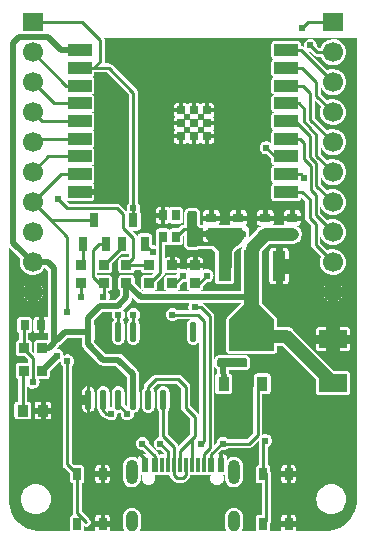
<source format=gtl>
G04 Layer: TopLayer*
G04 EasyEDA Pro v2.2.45.4, 2025-12-09 09:54:16*
G04 Gerber Generator version 0.3*
G04 Scale: 100 percent, Rotated: No, Reflected: No*
G04 Dimensions in millimeters*
G04 Leading zeros omitted, absolute positions, 4 integers and 5 decimals*
G04 Generated by one-click*
%FSLAX45Y45*%
%MOMM*%
%ADD10C,0.35508*%
%ADD11C,0.45508*%
%ADD12C,0.53009*%
%ADD13C,0.43708*%
%ADD14C,0.40832*%
%ADD15C,0.45504*%
%ADD16C,0.50508*%
%ADD17C,0.87758*%
%ADD18C,0.2948*%
%ADD19C,0.28508*%
%ADD20C,0.40508*%
%ADD21C,0.30508*%
%ADD22C,0.55508*%
%ADD23C,1.25508*%
%ADD24C,1.19308*%
%ADD25C,0.7582*%
%ADD26C,0.85508*%
%ADD27C,0.254*%
%ADD28R,0.7X1.05001*%
%ADD29R,0.6X1.24*%
%ADD30R,0.3X1.24*%
%ADD31O,1.0X2.1*%
%ADD32O,1.0X1.8*%
%ADD33R,0.8X0.9*%
%ADD34R,0.9X0.8*%
%ADD35R,2.37599X1.50625*%
%ADD36R,0.91001X1.21999*%
%ADD37C,1.7*%
%ADD38R,1.7X1.5748*%
%ADD39R,0.89992X1.0*%
%ADD40R,0.7X0.9*%
%ADD41R,0.7X1.25001*%
%ADD42R,0.80648X0.86401*%
%ADD43R,0.86401X0.80648*%
%ADD44R,2.0X1.0*%
%ADD45R,0.7X0.7*%
%ADD46R,1.1X2.49999*%
%ADD47R,3.59999X2.34*%
%ADD48O,0.55999X1.74501*%
%ADD49C,0.62001*%
%ADD50C,0.61001*%
%ADD51C,0.5*%
%ADD52C,1.1*%
G75*


G04 Copper Start*
G36*
G01X107630Y-1066027D02*
G01X103741Y-1066800D01*
G01X55009Y-1066800D01*
G01X51120Y-1066027D01*
G01X47824Y-1063824D01*
G01X41076Y-1057076D01*
G01X38873Y-1053780D01*
G01X38100Y-1049891D01*
G01X38100Y-985340D01*
G01X170392Y-985340D01*
G01X170392Y-998419D01*
G01X171104Y-1004740D01*
G01X173016Y-1010203D01*
G01X176095Y-1015103D01*
G01X180187Y-1019195D01*
G01X185087Y-1022274D01*
G01X190549Y-1024185D01*
G01X196871Y-1024898D01*
G01X212450Y-1024898D01*
G01X212450Y-1024898D01*
G01X212450Y-985340D01*
G01X270150Y-985340D01*
G01X270150Y-1024898D01*
G01X285729Y-1024898D01*
G01X292051Y-1024185D01*
G01X297513Y-1022274D01*
G01X302413Y-1019195D01*
G01X306505Y-1015103D01*
G01X309584Y-1010203D01*
G01X311496Y-1004740D01*
G01X312208Y-998419D01*
G01X312208Y-985340D01*
G01X398992Y-985340D01*
G01X398992Y-998419D01*
G01X399704Y-1004740D01*
G01X401616Y-1010203D01*
G01X404695Y-1015103D01*
G01X408787Y-1019195D01*
G01X413687Y-1022274D01*
G01X419149Y-1024185D01*
G01X419149Y-1024185D01*
G01X425471Y-1024898D01*
G01X441050Y-1024898D01*
G01X441050Y-985340D01*
G01X398992Y-985340D01*
G01X312208Y-985340D01*
G01X270150Y-985340D01*
G01X270150Y-985340D01*
G01X212450Y-985340D01*
G01X170392Y-985340D01*
G01X38100Y-985340D01*
G01X38100Y-778909D01*
G01X38873Y-775020D01*
G01X41076Y-771724D01*
G01X47824Y-764976D01*
G01X51120Y-762773D01*
G01X55009Y-762000D01*
G01X103741Y-762000D01*
G01X107630Y-762773D01*
G01X110926Y-764976D01*
G01X117674Y-771724D01*
G01X119877Y-775020D01*
G01X120650Y-778909D01*
G01X120650Y-887999D01*
G01X121358Y-889708D01*
G01X132642Y-900992D01*
G01X134351Y-901700D01*
G01X161035Y-901700D01*
G01X165185Y-902586D01*
G01X168611Y-905090D01*
G01X170716Y-908775D01*
G01X171131Y-912998D01*
G01X170392Y-919560D01*
G01X170392Y-932640D01*
G01X212450Y-932640D01*
G01X212450Y-911860D01*
G01X213223Y-907972D01*
G01X215426Y-904676D01*
G01X218722Y-902473D01*
G01X222610Y-901700D01*
G01X259990Y-901700D01*
G01X263878Y-902473D01*
G01X267174Y-904676D01*
G01X269377Y-907972D01*
G01X270150Y-911860D01*
G01X270150Y-932640D01*
G01X312208Y-932640D01*
G01X312208Y-919560D01*
G01X311469Y-912998D01*
G01X311884Y-908775D01*
G01X313989Y-905090D01*
G01X317415Y-902586D01*
G01X321565Y-901700D01*
G01X389635Y-901700D01*
G01X393785Y-902586D01*
G01X397211Y-905090D01*
G01X399316Y-908775D01*
G01X399731Y-912998D01*
G01X398992Y-919560D01*
G01X398992Y-932640D01*
G01X441050Y-932640D01*
G01X441050Y-911860D01*
G01X441823Y-907972D01*
G01X444026Y-904676D01*
G01X447322Y-902473D01*
G01X451210Y-901700D01*
G01X488590Y-901700D01*
G01X492478Y-902473D01*
G01X495774Y-904676D01*
G01X497977Y-907972D01*
G01X498750Y-911860D01*
G01X498750Y-932640D01*
G01X523240Y-932640D01*
G01X527128Y-933413D01*
G01X530424Y-935616D01*
G01X532627Y-938912D01*
G01X533400Y-942800D01*
G01X533400Y-975180D01*
G01X532627Y-979068D01*
G01X530424Y-982364D01*
G01X527128Y-984566D01*
G01X523240Y-985340D01*
G01X498750Y-985340D01*
G01X498750Y-1014692D01*
G01X497977Y-1018580D01*
G01X495774Y-1021876D01*
G01X466526Y-1051124D01*
G01X463230Y-1053327D01*
G01X459341Y-1054100D01*
G01X121651Y-1054100D01*
G01X119942Y-1054808D01*
G01X110926Y-1063824D01*
G01X107630Y-1066027D01*
G37*
G36*
G01X309009Y-2082800D02*
G01X305120Y-2082027D01*
G01X301824Y-2079824D01*
G01X295076Y-2073076D01*
G01X292873Y-2069780D01*
G01X292100Y-2065891D01*
G01X292100Y-2023509D01*
G01X292873Y-2019620D01*
G01X295076Y-2016324D01*
G01X301824Y-2009576D01*
G01X305120Y-2007373D01*
G01X309009Y-2006600D01*
G01X529191Y-2006600D01*
G01X533080Y-2007373D01*
G01X536376Y-2009576D01*
G01X543124Y-2016324D01*
G01X545327Y-2019620D01*
G01X546100Y-2023509D01*
G01X546100Y-2065891D01*
G01X545327Y-2069780D01*
G01X543124Y-2073076D01*
G01X536376Y-2079824D01*
G01X533080Y-2082027D01*
G01X529191Y-2082800D01*
G01X309009Y-2082800D01*
G37*
G36*
G01X-1474343Y-3203794D02*
G01X-1474343Y-3200400D01*
G01X-1371854Y-3200400D01*
G01X-1369921Y-3222497D01*
G01X-1364180Y-3243923D01*
G01X-1354805Y-3264027D01*
G01X-1342082Y-3282197D01*
G01X-1326397Y-3297882D01*
G01X-1308227Y-3310605D01*
G01X-1288123Y-3319980D01*
G01X-1266697Y-3325721D01*
G01X-1244600Y-3327654D01*
G01X-1222503Y-3325721D01*
G01X-1201077Y-3319980D01*
G01X-1180973Y-3310605D01*
G01X-1162803Y-3297882D01*
G01X-1147118Y-3282197D01*
G01X-1134395Y-3264027D01*
G01X-1125020Y-3243923D01*
G01X-1119279Y-3222497D01*
G01X-1117346Y-3200400D01*
G01X-1119279Y-3178303D01*
G01X-1125020Y-3156877D01*
G01X-1134395Y-3136773D01*
G01X-1147118Y-3118603D01*
G01X-1162803Y-3102918D01*
G01X-1180973Y-3090195D01*
G01X-1201077Y-3080820D01*
G01X-1222503Y-3075079D01*
G01X-1244600Y-3073146D01*
G01X-1266697Y-3075079D01*
G01X-1288123Y-3080820D01*
G01X-1308227Y-3090195D01*
G01X-1326397Y-3102918D01*
G01X-1342082Y-3118603D01*
G01X-1354805Y-3136773D01*
G01X-1364180Y-3156877D01*
G01X-1369921Y-3178303D01*
G01X-1371854Y-3200400D01*
G01X-1371854Y-3200400D01*
G01X-1474343Y-3200400D01*
G01X-1474343Y-1438623D01*
G01X-1357313Y-1438623D01*
G01X-1357313Y-1456977D01*
G01X-1353497Y-1474930D01*
G01X-1346032Y-1491697D01*
G01X-1335244Y-1506546D01*
G01X-1321604Y-1518827D01*
G01X-1305709Y-1528004D01*
G01X-1288253Y-1533675D01*
G01X-1270000Y-1535594D01*
G01X-1251747Y-1533675D01*
G01X-1234291Y-1528004D01*
G01X-1218396Y-1518827D01*
G01X-1204756Y-1506546D01*
G01X-1193968Y-1491697D01*
G01X-1186503Y-1474930D01*
G01X-1182687Y-1456977D01*
G01X-1182687Y-1438623D01*
G01X-1186503Y-1420670D01*
G01X-1193968Y-1403903D01*
G01X-1204756Y-1389054D01*
G01X-1218396Y-1376773D01*
G01X-1234291Y-1367596D01*
G01X-1251747Y-1361925D01*
G01X-1270000Y-1360006D01*
G01X-1270000Y-1360006D01*
G01X-1288253Y-1361925D01*
G01X-1305709Y-1367596D01*
G01X-1321604Y-1376773D01*
G01X-1335244Y-1389054D01*
G01X-1346032Y-1403903D01*
G01X-1353497Y-1420670D01*
G01X-1357313Y-1438623D01*
G01X-1474343Y-1438623D01*
G01X-1474343Y-1060728D01*
G01X-1470918Y-1064518D01*
G01X-1375382Y-1160053D01*
G01X-1379805Y-1180124D01*
G01X-1380441Y-1200666D01*
G01X-1377266Y-1220971D01*
G01X-1370391Y-1240340D01*
G01X-1360053Y-1258102D01*
G01X-1346608Y-1273647D01*
G01X-1330521Y-1286437D01*
G01X-1312345Y-1296031D01*
G01X-1292709Y-1302098D01*
G01X-1272290Y-1304430D01*
G01X-1251792Y-1302945D01*
G01X-1231921Y-1297696D01*
G01X-1213365Y-1288862D01*
G01X-1196762Y-1276748D01*
G01X-1182685Y-1261774D01*
G01X-1171621Y-1244454D01*
G01X-1163982Y-1244454D01*
G01X-1142854Y-1265582D01*
G01X-1142854Y-1663116D01*
G01X-1150818Y-1658245D01*
G01X-1159998Y-1656546D01*
G01X-1239998Y-1656546D01*
G01X-1249815Y-1658499D01*
G01X-1258138Y-1664060D01*
G01X-1263699Y-1672383D01*
G01X-1265652Y-1682200D01*
G01X-1265652Y-1772200D01*
G01X-1263699Y-1782017D01*
G01X-1258138Y-1790340D01*
G01X-1249815Y-1795901D01*
G01X-1239998Y-1797854D01*
G01X-1159998Y-1797854D01*
G01X-1150818Y-1796155D01*
G01X-1142854Y-1791284D01*
G01X-1142854Y-1856775D01*
G01X-1148439Y-1854748D01*
G01X-1154340Y-1854060D01*
G01X-1234987Y-1854060D01*
G01X-1244805Y-1856013D01*
G01X-1253127Y-1861574D01*
G01X-1258689Y-1869897D01*
G01X-1260641Y-1879714D01*
G01X-1260641Y-1961718D01*
G01X-1279359Y-1943001D01*
G01X-1279359Y-1879714D01*
G01X-1281311Y-1869897D01*
G01X-1286873Y-1861574D01*
G01X-1295195Y-1856013D01*
G01X-1305013Y-1854060D01*
G01X-1306982Y-1854060D01*
G01X-1306982Y-1797854D01*
G01X-1300002Y-1797854D01*
G01X-1290185Y-1795901D01*
G01X-1281862Y-1790340D01*
G01X-1276301Y-1782017D01*
G01X-1274348Y-1772200D01*
G01X-1274348Y-1682200D01*
G01X-1276301Y-1672383D01*
G01X-1281862Y-1664060D01*
G01X-1290185Y-1658499D01*
G01X-1300002Y-1656546D01*
G01X-1380002Y-1656546D01*
G01X-1389820Y-1658499D01*
G01X-1398142Y-1664060D01*
G01X-1403704Y-1672383D01*
G01X-1405656Y-1682200D01*
G01X-1405656Y-1772200D01*
G01X-1404042Y-1781156D01*
G01X-1399403Y-1788986D01*
G01X-1392322Y-1794702D01*
G01X-1383690Y-1797587D01*
G01X-1383690Y-1854060D01*
G01X-1385660Y-1854060D01*
G01X-1395478Y-1856013D01*
G01X-1403800Y-1861574D01*
G01X-1409361Y-1869897D01*
G01X-1411314Y-1879714D01*
G01X-1411314Y-1966115D01*
G01X-1409361Y-1975932D01*
G01X-1403800Y-1984255D01*
G01X-1395478Y-1989816D01*
G01X-1385660Y-1991769D01*
G01X-1339072Y-1991769D01*
G01X-1308354Y-2022487D01*
G01X-1308354Y-2044835D01*
G01X-1385660Y-2044835D01*
G01X-1395478Y-2046787D01*
G01X-1403800Y-2052349D01*
G01X-1409361Y-2060671D01*
G01X-1411314Y-2070489D01*
G01X-1411314Y-2156889D01*
G01X-1410041Y-2164872D01*
G01X-1406347Y-2172062D01*
G01X-1400599Y-2177745D01*
G01X-1393368Y-2181358D01*
G01X-1393368Y-2375446D01*
G01X-1400010Y-2375446D01*
G01X-1409827Y-2377399D01*
G01X-1418150Y-2382960D01*
G01X-1423711Y-2391283D01*
G01X-1425664Y-2401100D01*
G01X-1425664Y-2501100D01*
G01X-1423711Y-2510917D01*
G01X-1418150Y-2519240D01*
G01X-1409827Y-2524801D01*
G01X-1400010Y-2526754D01*
G01X-1310018Y-2526754D01*
G01X-1300200Y-2524801D01*
G01X-1291878Y-2519240D01*
G01X-1286316Y-2510917D01*
G01X-1284364Y-2501100D01*
G01X-1284364Y-2401100D01*
G01X-1255662Y-2401100D01*
G01X-1255662Y-2501100D01*
G01X-1253709Y-2510917D01*
G01X-1248148Y-2519240D01*
G01X-1239825Y-2524801D01*
G01X-1230008Y-2526754D01*
G01X-1140015Y-2526754D01*
G01X-1130198Y-2524801D01*
G01X-1121875Y-2519240D01*
G01X-1116314Y-2510917D01*
G01X-1114361Y-2501100D01*
G01X-1114361Y-2401100D01*
G01X-1116314Y-2391283D01*
G01X-1121875Y-2382960D01*
G01X-1130198Y-2377399D01*
G01X-1140015Y-2375446D01*
G01X-1230008Y-2375446D01*
G01X-1230008Y-2375446D01*
G01X-1239825Y-2377399D01*
G01X-1248148Y-2382960D01*
G01X-1253709Y-2391283D01*
G01X-1255662Y-2401100D01*
G01X-1284364Y-2401100D01*
G01X-1286316Y-2391283D01*
G01X-1291878Y-2382960D01*
G01X-1300200Y-2377399D01*
G01X-1310018Y-2375446D01*
G01X-1316660Y-2375446D01*
G01X-1316660Y-2241934D01*
G01X-1307115Y-2252604D01*
G01X-1295201Y-2260541D01*
G01X-1281677Y-2265238D01*
G01X-1267408Y-2266395D01*
G01X-1253304Y-2263939D01*
G01X-1240266Y-2258025D01*
G01X-1229127Y-2249032D01*
G01X-1220598Y-2237534D01*
G01X-1215223Y-2224266D01*
G01X-1213346Y-2210073D01*
G01X-1215086Y-2195863D01*
G01X-1220333Y-2182543D01*
G01X-1154340Y-2182543D01*
G01X-1144522Y-2180590D01*
G01X-1136200Y-2175029D01*
G01X-1130639Y-2166707D01*
G01X-1128686Y-2156889D01*
G01X-1128686Y-2119347D01*
G01X-1048922Y-2039583D01*
G01X-1041482Y-2036506D01*
G01X-1034553Y-2032405D01*
G01X-1033285Y-2043929D01*
G01X-1029696Y-2054954D01*
G01X-1023939Y-2065017D01*
G01X-1016254Y-2073698D01*
G01X-1016254Y-2907386D01*
G01X-1014947Y-2917312D01*
G01X-1011116Y-2926563D01*
G01X-1005020Y-2934506D01*
G01X-955547Y-2983980D01*
G01X-955547Y-3042893D01*
G01X-953903Y-3051929D01*
G01X-949182Y-3059806D01*
G01X-941990Y-3065516D01*
G01X-933247Y-3068327D01*
G01X-933247Y-3321507D01*
G01X-931692Y-3332316D01*
G01X-940944Y-3334755D01*
G01X-948658Y-3340414D01*
G01X-953763Y-3348507D01*
G01X-955547Y-3357907D01*
G01X-955547Y-3462908D01*
G01X-954866Y-3468779D01*
G01X-952859Y-3474339D01*
G01X-1203797Y-3474339D01*
G01X-1236408Y-3472366D01*
G01X-1268543Y-3466477D01*
G01X-1299734Y-3456758D01*
G01X-1329526Y-3443350D01*
G01X-1357485Y-3426448D01*
G01X-1383202Y-3406300D01*
G01X-1406304Y-3383198D01*
G01X-1426452Y-3357481D01*
G01X-1443354Y-3329522D01*
G01X-1456762Y-3299730D01*
G01X-1466481Y-3268539D01*
G01X-1472370Y-3236404D01*
G01X-1474343Y-3203794D01*
G37*
G36*
G01X-737873Y-3474339D02*
G01X-836927Y-3474339D01*
G01X-834920Y-3468779D01*
G01X-834239Y-3462908D01*
G01X-834239Y-3432771D01*
G01X-822872Y-3435835D01*
G01X-811110Y-3435307D01*
G01X-800063Y-3431237D01*
G01X-790771Y-3424007D01*
G01X-784110Y-3414300D01*
G01X-780707Y-3403029D01*
G01X-780883Y-3391257D01*
G01X-784621Y-3380093D01*
G01X-791570Y-3370589D01*
G01X-856539Y-3305620D01*
G01X-856539Y-3068327D01*
G01X-847796Y-3065516D01*
G01X-840603Y-3059806D01*
G01X-835883Y-3051929D01*
G01X-834239Y-3042893D01*
G01X-834239Y-2937892D01*
G01X-740561Y-2937892D01*
G01X-740561Y-3042893D01*
G01X-738608Y-3052711D01*
G01X-733047Y-3061033D01*
G01X-724724Y-3066595D01*
G01X-714907Y-3068547D01*
G01X-644907Y-3068547D01*
G01X-644907Y-3068547D01*
G01X-635090Y-3066595D01*
G01X-626767Y-3061033D01*
G01X-621206Y-3052711D01*
G01X-619253Y-3042893D01*
G01X-619253Y-2937892D01*
G01X-621206Y-2928075D01*
G01X-626767Y-2919752D01*
G01X-635090Y-2914191D01*
G01X-644907Y-2912238D01*
G01X-714907Y-2912238D01*
G01X-724724Y-2914191D01*
G01X-733047Y-2919752D01*
G01X-738608Y-2928075D01*
G01X-740561Y-2937892D01*
G01X-834239Y-2937892D01*
G01X-836192Y-2928075D01*
G01X-841753Y-2919752D01*
G01X-850076Y-2914191D01*
G01X-859893Y-2912238D01*
G01X-918807Y-2912238D01*
G01X-939546Y-2891499D01*
G01X-939546Y-2298911D01*
G01X-854846Y-2298911D01*
G01X-854846Y-2417412D01*
G01X-853018Y-2431299D01*
G01X-847658Y-2444239D01*
G01X-839131Y-2455351D01*
G01X-828019Y-2463877D01*
G01X-815079Y-2469237D01*
G01X-801192Y-2471066D01*
G01X-787306Y-2469237D01*
G01X-774365Y-2463877D01*
G01X-763253Y-2455351D01*
G01X-754727Y-2444239D01*
G01X-749367Y-2431299D01*
G01X-747539Y-2417412D01*
G01X-747539Y-2417412D01*
G01X-747539Y-2298911D01*
G01X-749367Y-2285024D01*
G01X-754727Y-2272084D01*
G01X-763253Y-2260972D01*
G01X-774365Y-2252445D01*
G01X-787306Y-2247085D01*
G01X-801192Y-2245257D01*
G01X-815079Y-2247085D01*
G01X-828019Y-2252445D01*
G01X-839131Y-2260972D01*
G01X-847658Y-2272084D01*
G01X-853018Y-2285024D01*
G01X-854846Y-2298911D01*
G01X-939546Y-2298911D01*
G01X-939546Y-2073698D01*
G01X-930413Y-2062899D01*
G01X-924240Y-2050175D01*
G01X-921410Y-2036318D01*
G01X-922101Y-2022192D01*
G01X-926269Y-2008677D01*
G01X-933654Y-1996615D01*
G01X-943797Y-1986759D01*
G01X-956065Y-1979722D01*
G01X-969694Y-1975943D01*
G01X-983834Y-1975657D01*
G01X-997604Y-1978882D01*
G01X-1010147Y-1985418D01*
G01X-1011758Y-1972400D01*
G01X-1016321Y-1960102D01*
G01X-1023589Y-1949182D01*
G01X-1033173Y-1940227D01*
G01X-1044560Y-1933716D01*
G01X-1057140Y-1929998D01*
G01X-1070237Y-1929272D01*
G01X-1056382Y-1915418D01*
G01X-1050513Y-1908375D01*
G01X-1046009Y-1900391D01*
G01X-1038025Y-1895887D01*
G01X-1030982Y-1890018D01*
G01X-975283Y-1834318D01*
G01X-854846Y-1834318D01*
G01X-854846Y-1842915D01*
G01X-854091Y-1851885D01*
G01X-851846Y-1860604D01*
G01X-851846Y-1891208D01*
G01X-850120Y-1904318D01*
G01X-845060Y-1916535D01*
G01X-837010Y-1927026D01*
G01X-708918Y-2055118D01*
G01X-698427Y-2063168D01*
G01X-686210Y-2068228D01*
G01X-673100Y-2069954D01*
G01X-567082Y-2069954D01*
G01X-470846Y-2166189D01*
G01X-470846Y-2281222D01*
G01X-473091Y-2289940D01*
G01X-473846Y-2298911D01*
G01X-473846Y-2417412D01*
G01X-473838Y-2418321D01*
G01X-493539Y-2398621D01*
G01X-493539Y-2298911D01*
G01X-495367Y-2285024D01*
G01X-500727Y-2272084D01*
G01X-509253Y-2260972D01*
G01X-520365Y-2252445D01*
G01X-533306Y-2247085D01*
G01X-547192Y-2245257D01*
G01X-561079Y-2247085D01*
G01X-574019Y-2252445D01*
G01X-585131Y-2260972D01*
G01X-593658Y-2272084D01*
G01X-599018Y-2285024D01*
G01X-600846Y-2298911D01*
G01X-600846Y-2417412D01*
G01X-600755Y-2420540D01*
G01X-610722Y-2419856D01*
G01X-620654Y-2420934D01*
G01X-620539Y-2417412D01*
G01X-620539Y-2298911D01*
G01X-622367Y-2285024D01*
G01X-627727Y-2272084D01*
G01X-636253Y-2260972D01*
G01X-647365Y-2252445D01*
G01X-660306Y-2247085D01*
G01X-674192Y-2245257D01*
G01X-688079Y-2247085D01*
G01X-701019Y-2252445D01*
G01X-712131Y-2260972D01*
G01X-720658Y-2272084D01*
G01X-726018Y-2285024D01*
G01X-727846Y-2298911D01*
G01X-727846Y-2417412D01*
G01X-726014Y-2431311D01*
G01X-720644Y-2444262D01*
G01X-712103Y-2455379D01*
G01X-708450Y-2467178D01*
G01X-701236Y-2477204D01*
G01X-674820Y-2503620D01*
G01X-667956Y-2509069D01*
G01X-660034Y-2512817D01*
G01X-651468Y-2514668D01*
G01X-640702Y-2523854D01*
G01X-627995Y-2530085D01*
G01X-614141Y-2532972D01*
G01X-600003Y-2532336D01*
G01X-586464Y-2528215D01*
G01X-574368Y-2520868D01*
G01X-564471Y-2510752D01*
G01X-557390Y-2498498D01*
G01X-553567Y-2484872D01*
G01X-553241Y-2470724D01*
G01X-542435Y-2470854D01*
G01X-531823Y-2468817D01*
G01X-526505Y-2474135D01*
G01X-525503Y-2487368D01*
G01X-521449Y-2500004D01*
G01X-514568Y-2511350D01*
G01X-505236Y-2520785D01*
G01X-493965Y-2527789D01*
G01X-481374Y-2531981D01*
G01X-468154Y-2533128D01*
G01X-455029Y-2531168D01*
G01X-442721Y-2526209D01*
G01X-431903Y-2518524D01*
G01X-423170Y-2508532D01*
G01X-417001Y-2496783D01*
G01X-413733Y-2483921D01*
G01X-413548Y-2470653D01*
G01X-401027Y-2467526D01*
G01X-389616Y-2461500D01*
G01X-379973Y-2452924D01*
G01X-372657Y-2442293D01*
G01X-368090Y-2430223D01*
G01X-366539Y-2417412D01*
G01X-366539Y-2298911D01*
G01X-367294Y-2289940D01*
G01X-369538Y-2281222D01*
G01X-369538Y-2145208D01*
G01X-371264Y-2132098D01*
G01X-376325Y-2119881D01*
G01X-384374Y-2109390D01*
G01X-510282Y-1983482D01*
G01X-520773Y-1975432D01*
G01X-532990Y-1970372D01*
G01X-546100Y-1968646D01*
G01X-652118Y-1968646D01*
G01X-750538Y-1870226D01*
G01X-750538Y-1860604D01*
G01X-748294Y-1851885D01*
G01X-747539Y-1842915D01*
G01X-747539Y-1724414D01*
G01X-748274Y-1715558D01*
G01X-750462Y-1706944D01*
G01X-750462Y-1685698D01*
G01X-677518Y-1612754D01*
G01X-596668Y-1612754D01*
G01X-601512Y-1626497D01*
G01X-602689Y-1641022D01*
G01X-600123Y-1655366D01*
G01X-593983Y-1668581D01*
G01X-584676Y-1679793D01*
G01X-584724Y-1686072D01*
G01X-593466Y-1697257D01*
G01X-598968Y-1710343D01*
G01X-600846Y-1724414D01*
G01X-600846Y-1842915D01*
G01X-599018Y-1856801D01*
G01X-593658Y-1869742D01*
G01X-585131Y-1880854D01*
G01X-574019Y-1889380D01*
G01X-561079Y-1894740D01*
G01X-547192Y-1896568D01*
G01X-533306Y-1894740D01*
G01X-520365Y-1889380D01*
G01X-509253Y-1880854D01*
G01X-500727Y-1869742D01*
G01X-495367Y-1856801D01*
G01X-493539Y-1842915D01*
G01X-493539Y-1724414D01*
G01X-495218Y-1711096D01*
G01X-500150Y-1698612D01*
G01X-508026Y-1687743D01*
G01X-507969Y-1680202D01*
G01X-499125Y-1669971D01*
G01X-492957Y-1657936D01*
G01X-489817Y-1644782D01*
G01X-489844Y-1639481D01*
G01X-475742Y-1639481D01*
G01X-473433Y-1654353D01*
G01X-467289Y-1668092D01*
G01X-457745Y-1679729D01*
G01X-457789Y-1686136D01*
G01X-466496Y-1697310D01*
G01X-471976Y-1710372D01*
G01X-473846Y-1724414D01*
G01X-473846Y-1842915D01*
G01X-472018Y-1856801D01*
G01X-466658Y-1869742D01*
G01X-458131Y-1880854D01*
G01X-447019Y-1889380D01*
G01X-434079Y-1894740D01*
G01X-420192Y-1896568D01*
G01X-406306Y-1894740D01*
G01X-393365Y-1889380D01*
G01X-382253Y-1880854D01*
G01X-373727Y-1869742D01*
G01X-368367Y-1856801D01*
G01X-366539Y-1842915D01*
G01X-366539Y-1724414D01*
G01X-368225Y-1711066D01*
G01X-373180Y-1698557D01*
G01X-381090Y-1687675D01*
G01X-381039Y-1680265D01*
G01X-371332Y-1668763D01*
G01X-364997Y-1655111D01*
G01X-362480Y-1640273D01*
G01X-363958Y-1625295D01*
G01X-369328Y-1611235D01*
G01X-378210Y-1599085D01*
G01X-389978Y-1589703D01*
G01X-403801Y-1583750D01*
G01X-418704Y-1581647D01*
G01X-418704Y-1581647D01*
G01X-433634Y-1583541D01*
G01X-447539Y-1589300D01*
G01X-459437Y-1598517D01*
G01X-468489Y-1610542D01*
G01X-474055Y-1624525D01*
G01X-475742Y-1639481D01*
G01X-489844Y-1639481D01*
G01X-489884Y-1631259D01*
G01X-493155Y-1618137D01*
G01X-499441Y-1606164D01*
G01X-508386Y-1596022D01*
G01X-441702Y-1529338D01*
G01X-433652Y-1518847D01*
G01X-428592Y-1506630D01*
G01X-426866Y-1493520D01*
G01X-426866Y-1493026D01*
G01X-391382Y-1528510D01*
G01X-380891Y-1536560D01*
G01X-368675Y-1541620D01*
G01X-355564Y-1543346D01*
G01X54479Y-1543346D01*
G01X47938Y-1556631D01*
G01X45063Y-1571157D01*
G01X46050Y-1585932D01*
G01X50832Y-1599946D01*
G01X-47202Y-1599946D01*
G01X-58772Y-1590320D01*
G01X-72468Y-1584081D01*
G01X-87323Y-1581667D01*
G01X-102290Y-1583250D01*
G01X-116312Y-1588718D01*
G01X-128400Y-1597685D01*
G01X-137699Y-1609519D01*
G01X-143556Y-1623383D01*
G01X-145555Y-1638300D01*
G01X-143556Y-1653217D01*
G01X-137699Y-1667081D01*
G01X-128400Y-1678915D01*
G01X-116312Y-1687882D01*
G01X-102290Y-1693350D01*
G01X-87323Y-1694933D01*
G01X-72468Y-1692519D01*
G01X-58772Y-1686280D01*
G01X-47202Y-1676654D01*
G01X63359Y-1676654D01*
G01X51332Y-1685066D01*
G01X42034Y-1696423D01*
G01X36162Y-1709874D01*
G01X34154Y-1724414D01*
G01X34154Y-1842915D01*
G01X35966Y-1856739D01*
G01X41278Y-1869630D01*
G01X49733Y-1880717D01*
G01X60759Y-1889251D01*
G01X73611Y-1894656D01*
G01X87423Y-1896567D01*
G01X101260Y-1894855D01*
G01X114189Y-1889635D01*
G01X125336Y-1881260D01*
G01X133949Y-1870296D01*
G01X139446Y-1857482D01*
G01X139446Y-2495678D01*
G01X135723Y-2484388D01*
G01X128720Y-2474780D01*
G01X63754Y-2409813D01*
G01X63754Y-2247900D01*
G01X62447Y-2237973D01*
G01X58616Y-2228723D01*
G01X52520Y-2220780D01*
G01X-10980Y-2157280D01*
G01X-18923Y-2151184D01*
G01X-28173Y-2147353D01*
G01X-38100Y-2146046D01*
G01X-228600Y-2146046D01*
G01X-238527Y-2147353D01*
G01X-247777Y-2151184D01*
G01X-255720Y-2157280D01*
G01X-320313Y-2221872D01*
G01X-326408Y-2229815D01*
G01X-330239Y-2239065D01*
G01X-331546Y-2248992D01*
G01X-331546Y-2261392D01*
G01X-339853Y-2272426D01*
G01X-345068Y-2285214D01*
G01X-346846Y-2298911D01*
G01X-346846Y-2417412D01*
G01X-345018Y-2431299D01*
G01X-339658Y-2444239D01*
G01X-331131Y-2455351D01*
G01X-320019Y-2463877D01*
G01X-307079Y-2469237D01*
G01X-293192Y-2471066D01*
G01X-279306Y-2469237D01*
G01X-266365Y-2463877D01*
G01X-255253Y-2455351D01*
G01X-246727Y-2444239D01*
G01X-241367Y-2431299D01*
G01X-239539Y-2417412D01*
G01X-239539Y-2298911D01*
G01X-241112Y-2286011D01*
G01X-245741Y-2273868D01*
G01X-253154Y-2263195D01*
G01X-212713Y-2222754D01*
G01X-53987Y-2222754D01*
G01X-12954Y-2263787D01*
G01X-12954Y-2425700D01*
G01X-11647Y-2435627D01*
G01X-7816Y-2444877D01*
G01X-1720Y-2452820D01*
G01X63246Y-2517787D01*
G01X63246Y-2651113D01*
G01X-38009Y-2752368D01*
G01X-39856Y-2743647D01*
G01X-43666Y-2735588D01*
G01X-49234Y-2728626D01*
G01X-127762Y-2650985D01*
G01X-127762Y-2454853D01*
G01X-119495Y-2443834D01*
G01X-114307Y-2431073D01*
G01X-112539Y-2417412D01*
G01X-112539Y-2298911D01*
G01X-114367Y-2285024D01*
G01X-119727Y-2272084D01*
G01X-128253Y-2260972D01*
G01X-139365Y-2252445D01*
G01X-152306Y-2247085D01*
G01X-166192Y-2245257D01*
G01X-180079Y-2247085D01*
G01X-193019Y-2252445D01*
G01X-204131Y-2260972D01*
G01X-212658Y-2272084D01*
G01X-218018Y-2285024D01*
G01X-219846Y-2298911D01*
G01X-219846Y-2417412D01*
G01X-218059Y-2431143D01*
G01X-212817Y-2443960D01*
G01X-204470Y-2455009D01*
G01X-204470Y-2667000D01*
G01X-203546Y-2675368D01*
G01X-216575Y-2680202D01*
G01X-228035Y-2688064D01*
G01X-237237Y-2698478D01*
G01X-243626Y-2710819D01*
G01X-246819Y-2724345D01*
G01X-246623Y-2738240D01*
G01X-243051Y-2751670D01*
G01X-236316Y-2763827D01*
G01X-226824Y-2773978D01*
G01X-215147Y-2781513D01*
G01X-201987Y-2785978D01*
G01X-188135Y-2787105D01*
G01X-163319Y-2811921D01*
G01X-163319Y-2821941D01*
G01X-190006Y-2821941D01*
G01X-195108Y-2822454D01*
G01X-200005Y-2823970D01*
G01X-203120Y-2822882D01*
G01X-206942Y-2813956D01*
G01X-212884Y-2806275D01*
G01X-286295Y-2732865D01*
G01X-287669Y-2717877D01*
G01X-292942Y-2703780D01*
G01X-301740Y-2691569D01*
G01X-313442Y-2682106D01*
G01X-327224Y-2676057D01*
G01X-342112Y-2673851D01*
G01X-357055Y-2675642D01*
G01X-370999Y-2681305D01*
G01X-382961Y-2690439D01*
G01X-392095Y-2702401D01*
G01X-397758Y-2716345D01*
G01X-399549Y-2731288D01*
G01X-397343Y-2746176D01*
G01X-391294Y-2759958D01*
G01X-381831Y-2771660D01*
G01X-369620Y-2780458D01*
G01X-355523Y-2785731D01*
G01X-340535Y-2787105D01*
G01X-305699Y-2821941D01*
G01X-349989Y-2821941D01*
G01X-359807Y-2823894D01*
G01X-368129Y-2829455D01*
G01X-373690Y-2837778D01*
G01X-375643Y-2847595D01*
G01X-375643Y-2866129D01*
G01X-387967Y-2855080D01*
G01X-402398Y-2846976D01*
G01X-418245Y-2842204D01*
G01X-434752Y-2840993D01*
G01X-451127Y-2843400D01*
G01X-466586Y-2849310D01*
G01X-480391Y-2858440D01*
G01X-491879Y-2870354D01*
G01X-500502Y-2884481D01*
G01X-505847Y-2900145D01*
G01X-507657Y-2916597D01*
G01X-507657Y-3026597D01*
G01X-505760Y-3043431D01*
G01X-500165Y-3059422D01*
G01X-491152Y-3073766D01*
G01X-479173Y-3085745D01*
G01X-464828Y-3094758D01*
G01X-448838Y-3100354D01*
G01X-432003Y-3102251D01*
G01X-415169Y-3100354D01*
G01X-399178Y-3094758D01*
G01X-384834Y-3085745D01*
G01X-372855Y-3073766D01*
G01X-363841Y-3059422D01*
G01X-358246Y-3043431D01*
G01X-356349Y-3026597D01*
G01X-356349Y-2996449D01*
G01X-349989Y-2997250D01*
G01X-342329Y-2997250D01*
G01X-347005Y-3011142D01*
G01X-348059Y-3025762D01*
G01X-345424Y-3040181D01*
G01X-339267Y-3053484D01*
G01X-329979Y-3064824D01*
G01X-318150Y-3073481D01*
G01X-304533Y-3078906D01*
G01X-289992Y-3080753D01*
G01X-275451Y-3078906D01*
G01X-261833Y-3073481D01*
G01X-250005Y-3064824D01*
G01X-240717Y-3053484D01*
G01X-234560Y-3040181D01*
G01X-231925Y-3025762D01*
G01X-232979Y-3011142D01*
G01X-237655Y-2997250D01*
G01X-210005Y-2997250D01*
G01X-204903Y-2996737D01*
G01X-200005Y-2995221D01*
G01X-195108Y-2996737D01*
G01X-190006Y-2997250D01*
G01X-160006Y-2997250D01*
G01X-154901Y-2996736D01*
G01X-150000Y-2995218D01*
G01X-145099Y-2996736D01*
G01X-139993Y-2997250D01*
G01X-113284Y-2997250D01*
G01X-113284Y-2998470D01*
G01X-111977Y-3008397D01*
G01X-108146Y-3017647D01*
G01X-102050Y-3025590D01*
G01X-77920Y-3049720D01*
G01X-69977Y-3055816D01*
G01X-60727Y-3059647D01*
G01X-50800Y-3060954D01*
G01X0Y-3060954D01*
G01X9927Y-3059647D01*
G01X19177Y-3055816D01*
G01X27120Y-3049720D01*
G01X52114Y-3024727D01*
G01X58209Y-3016783D01*
G01X62041Y-3007533D01*
G01X63348Y-2997606D01*
G01X63348Y-2997250D01*
G01X90006Y-2997250D01*
G01X95105Y-2996738D01*
G01X100000Y-2995223D01*
G01X104895Y-2996738D01*
G01X109993Y-2997250D01*
G01X139993Y-2997250D01*
G01X145099Y-2996736D01*
G01X150000Y-2995218D01*
G01X154901Y-2996736D01*
G01X160006Y-2997250D01*
G01X190006Y-2997250D01*
G01X195108Y-2996737D01*
G01X200005Y-2995221D01*
G01X204903Y-2996737D01*
G01X210005Y-2997250D01*
G01X236664Y-2997250D01*
G01X231988Y-3011142D01*
G01X230934Y-3025762D01*
G01X233569Y-3040181D01*
G01X239726Y-3053484D01*
G01X249014Y-3064824D01*
G01X260843Y-3073481D01*
G01X274460Y-3078906D01*
G01X289001Y-3080753D01*
G01X303542Y-3078906D01*
G01X317160Y-3073481D01*
G01X328988Y-3064824D01*
G01X338276Y-3053484D01*
G01X344433Y-3040181D01*
G01X347068Y-3025762D01*
G01X346014Y-3011142D01*
G01X341338Y-2997250D01*
G01X349989Y-2997250D01*
G01X356349Y-2996449D01*
G01X356349Y-3026597D01*
G01X358246Y-3043431D01*
G01X363841Y-3059422D01*
G01X372855Y-3073766D01*
G01X384834Y-3085745D01*
G01X399178Y-3094758D01*
G01X415169Y-3100354D01*
G01X432003Y-3102251D01*
G01X448838Y-3100354D01*
G01X464828Y-3094758D01*
G01X479173Y-3085745D01*
G01X491152Y-3073766D01*
G01X500165Y-3059422D01*
G01X505760Y-3043431D01*
G01X507657Y-3026597D01*
G01X507657Y-2916597D01*
G01X505847Y-2900145D01*
G01X500502Y-2884481D01*
G01X491879Y-2870354D01*
G01X480391Y-2858440D01*
G01X466586Y-2849310D01*
G01X451127Y-2843400D01*
G01X434752Y-2840993D01*
G01X418245Y-2842204D01*
G01X402398Y-2846976D01*
G01X387967Y-2855080D01*
G01X375643Y-2866129D01*
G01X375643Y-2847595D01*
G01X373690Y-2837778D01*
G01X368129Y-2829455D01*
G01X359807Y-2823894D01*
G01X349989Y-2821941D01*
G01X292999Y-2821941D01*
G01X329414Y-2785526D01*
G01X344403Y-2787135D01*
G01X359285Y-2784734D01*
G01X373007Y-2778493D01*
G01X384598Y-2768854D01*
G01X558800Y-2768854D01*
G01X568727Y-2767547D01*
G01X577977Y-2763716D01*
G01X585920Y-2757620D01*
G01X641954Y-2701586D01*
G01X641925Y-2708112D01*
G01X642647Y-2714598D01*
G01X641553Y-2723693D01*
G01X641553Y-2912458D01*
G01X632810Y-2915269D01*
G01X625618Y-2920980D01*
G01X620897Y-2928857D01*
G01X619253Y-2937892D01*
G01X619253Y-3042893D01*
G01X621206Y-3052711D01*
G01X626767Y-3061033D01*
G01X635090Y-3066595D01*
G01X644907Y-3068547D01*
G01X666956Y-3068547D01*
G01X666956Y-3332253D01*
G01X644907Y-3332253D01*
G01X635090Y-3334205D01*
G01X626767Y-3339767D01*
G01X621206Y-3348089D01*
G01X619253Y-3357907D01*
G01X619253Y-3462908D01*
G01X619934Y-3468779D01*
G01X621941Y-3474339D01*
G01X493014Y-3474339D01*
G01X501027Y-3460576D01*
G01X505981Y-3445441D01*
G01X507657Y-3429605D01*
G01X507657Y-3349605D01*
G01X505760Y-3332770D01*
G01X500165Y-3316780D01*
G01X491152Y-3302435D01*
G01X479173Y-3290456D01*
G01X464828Y-3281443D01*
G01X448838Y-3275848D01*
G01X432003Y-3273951D01*
G01X415169Y-3275848D01*
G01X399178Y-3281443D01*
G01X384834Y-3290456D01*
G01X372855Y-3302435D01*
G01X363841Y-3316780D01*
G01X358246Y-3332770D01*
G01X356349Y-3349605D01*
G01X356349Y-3429605D01*
G01X358025Y-3445441D01*
G01X362980Y-3460576D01*
G01X370992Y-3474339D01*
G01X-370992Y-3474339D01*
G01X-362980Y-3460576D01*
G01X-358025Y-3445441D01*
G01X-356349Y-3429605D01*
G01X-356349Y-3349605D01*
G01X-358246Y-3332770D01*
G01X-363841Y-3316780D01*
G01X-372855Y-3302435D01*
G01X-384834Y-3290456D01*
G01X-399178Y-3281443D01*
G01X-415169Y-3275848D01*
G01X-432003Y-3273951D01*
G01X-448838Y-3275848D01*
G01X-464828Y-3281443D01*
G01X-479173Y-3290456D01*
G01X-491152Y-3302435D01*
G01X-500165Y-3316780D01*
G01X-505760Y-3332770D01*
G01X-507657Y-3349605D01*
G01X-507657Y-3429605D01*
G01X-505981Y-3445441D01*
G01X-501027Y-3460576D01*
G01X-493014Y-3474339D01*
G01X-621941Y-3474339D01*
G01X-619934Y-3468779D01*
G01X-619253Y-3462908D01*
G01X-619253Y-3357907D01*
G01X-621206Y-3348089D01*
G01X-626767Y-3339767D01*
G01X-635090Y-3334205D01*
G01X-644907Y-3332253D01*
G01X-714907Y-3332253D01*
G01X-724724Y-3334205D01*
G01X-733047Y-3339767D01*
G01X-738608Y-3348089D01*
G01X-740561Y-3357907D01*
G01X-740561Y-3462908D01*
G01X-739880Y-3468779D01*
G01X-737873Y-3474339D01*
G37*
G36*
G01X-749351Y-199987D02*
G01X-749351Y-99987D01*
G01X-750784Y-91532D01*
G01X-754924Y-84022D01*
G01X-761307Y-78296D01*
G01X-769221Y-74993D01*
G01X-761307Y-71691D01*
G01X-754924Y-65965D01*
G01X-750784Y-58455D01*
G01X-749351Y-50000D01*
G01X-749351Y50000D01*
G01X-750789Y58468D01*
G01X-754941Y65987D01*
G01X-761343Y71714D01*
G01X-769277Y75006D01*
G01X-761343Y78299D01*
G01X-754941Y84025D01*
G01X-750789Y91544D01*
G01X-749351Y100013D01*
G01X-749351Y200012D01*
G01X-750784Y208467D01*
G01X-754924Y215977D01*
G01X-761307Y221703D01*
G01X-769221Y225006D01*
G01X-761307Y228308D01*
G01X-754924Y234035D01*
G01X-750784Y241545D01*
G01X-749351Y250000D01*
G01X-749351Y349999D01*
G01X-750789Y358468D01*
G01X-754941Y365986D01*
G01X-761343Y371713D01*
G01X-769277Y375006D01*
G01X-761343Y378298D01*
G01X-754941Y384025D01*
G01X-750789Y391544D01*
G01X-749351Y400012D01*
G01X-749351Y411658D01*
G01X-643699Y411658D01*
G01X-457454Y225413D01*
G01X-457454Y-695689D01*
G01X-466332Y-706101D01*
G01X-472456Y-718337D01*
G01X-475467Y-731685D01*
G01X-475190Y-745365D01*
G01X-471642Y-758580D01*
G01X-476722Y-765202D01*
G01X-480880Y-760280D01*
G01X-531680Y-709480D01*
G01X-539623Y-703384D01*
G01X-548873Y-699553D01*
G01X-558800Y-698246D01*
G01X-962013Y-698246D01*
G01X-988353Y-671906D01*
G01X-981937Y-674698D01*
G01X-975004Y-675653D01*
G01X-775005Y-675653D01*
G01X-765187Y-673700D01*
G01X-756865Y-668139D01*
G01X-751304Y-659816D01*
G01X-749351Y-649999D01*
G01X-749351Y-549999D01*
G01X-750789Y-541531D01*
G01X-754941Y-534012D01*
G01X-761343Y-528285D01*
G01X-769277Y-524993D01*
G01X-761343Y-521700D01*
G01X-754941Y-515973D01*
G01X-750789Y-508455D01*
G01X-749351Y-499986D01*
G01X-749351Y-399986D01*
G01X-750784Y-391532D01*
G01X-754924Y-384022D01*
G01X-761307Y-378295D01*
G01X-769221Y-374993D01*
G01X-761307Y-371690D01*
G01X-754924Y-365964D01*
G01X-750784Y-358454D01*
G01X-749351Y-349999D01*
G01X-749351Y-249999D01*
G01X-750789Y-241531D01*
G01X-754941Y-234012D01*
G01X-761343Y-228286D01*
G01X-769277Y-224993D01*
G01X-761343Y-221701D01*
G01X-754941Y-215974D01*
G01X-750789Y-208455D01*
G01X-749351Y-199987D01*
G37*
G36*
G01X-723646Y-1284060D02*
G01X-713760Y-1286041D01*
G01X-627360Y-1286041D01*
G01X-617542Y-1284089D01*
G01X-609220Y-1278527D01*
G01X-603658Y-1270205D01*
G01X-601706Y-1260387D01*
G01X-601706Y-1205348D01*
G01X-524312Y-1127954D01*
G01X-479096Y-1127954D01*
G01X-470670Y-1126531D01*
G01X-463179Y-1122419D01*
G01X-457454Y-1116075D01*
G01X-457454Y-1145757D01*
G01X-465783Y-1154086D01*
G01X-520720Y-1154086D01*
G01X-530538Y-1156039D01*
G01X-538860Y-1161600D01*
G01X-544422Y-1169922D01*
G01X-546374Y-1179740D01*
G01X-546374Y-1260387D01*
G01X-544422Y-1270205D01*
G01X-538860Y-1278527D01*
G01X-530538Y-1284089D01*
G01X-520720Y-1286041D01*
G01X-434320Y-1286041D01*
G01X-424502Y-1284089D01*
G01X-416180Y-1278527D01*
G01X-410618Y-1270205D01*
G01X-408666Y-1260387D01*
G01X-408666Y-1258418D01*
G01X-353334Y-1258418D01*
G01X-353334Y-1260387D01*
G01X-351382Y-1270205D01*
G01X-345820Y-1278527D01*
G01X-337498Y-1284089D01*
G01X-327680Y-1286041D01*
G01X-248082Y-1286041D01*
G01X-266799Y-1304759D01*
G01X-327680Y-1304759D01*
G01X-337498Y-1306711D01*
G01X-345820Y-1312273D01*
G01X-351382Y-1320595D01*
G01X-353334Y-1330413D01*
G01X-353334Y-1411060D01*
G01X-351382Y-1420878D01*
G01X-345820Y-1429200D01*
G01X-337498Y-1434761D01*
G01X-327680Y-1436714D01*
G01X-241280Y-1436714D01*
G01X-231462Y-1434761D01*
G01X-223140Y-1429200D01*
G01X-217578Y-1420878D01*
G01X-215626Y-1411060D01*
G01X-215626Y-1362066D01*
G01X-163380Y-1309820D01*
G01X-157284Y-1301877D01*
G01X-153453Y-1292627D01*
G01X-152146Y-1282700D01*
G01X-152146Y-1279140D01*
G01X-144049Y-1284254D01*
G01X-134640Y-1286041D01*
G01X-52184Y-1286041D01*
G01X-55170Y-1295213D01*
G01X-56556Y-1304759D01*
G01X-134640Y-1304759D01*
G01X-144458Y-1306711D01*
G01X-152780Y-1312273D01*
G01X-158342Y-1320595D01*
G01X-160294Y-1330413D01*
G01X-160294Y-1411060D01*
G01X-158342Y-1420878D01*
G01X-152780Y-1429200D01*
G01X-144458Y-1434761D01*
G01X-134640Y-1436714D01*
G01X-48240Y-1436714D01*
G01X-38422Y-1434761D01*
G01X-30100Y-1429200D01*
G01X-24538Y-1420878D01*
G01X-22586Y-1411060D01*
G01X-22586Y-1384926D01*
G01X-2365Y-1364705D01*
G01X6937Y-1364328D01*
G01X16051Y-1362433D01*
G01X24732Y-1359071D01*
G01X32746Y-1354333D01*
G01X32746Y-1411060D01*
G01X34698Y-1420878D01*
G01X40260Y-1429200D01*
G01X48582Y-1434761D01*
G01X58400Y-1436714D01*
G01X144800Y-1436714D01*
G01X154618Y-1434761D01*
G01X162940Y-1429200D01*
G01X168502Y-1420878D01*
G01X170454Y-1411060D01*
G01X170454Y-1395086D01*
G01X200835Y-1364705D01*
G01X214221Y-1363672D01*
G01X226989Y-1359518D01*
G01X238420Y-1352477D01*
G01X247873Y-1342943D01*
G01X254818Y-1331453D01*
G01X258863Y-1318651D01*
G01X259783Y-1305257D01*
G01X257526Y-1292022D01*
G01X252217Y-1279691D01*
G01X244156Y-1268954D01*
G01X233794Y-1260416D01*
G01X221715Y-1254556D01*
G01X208596Y-1251703D01*
G01X195173Y-1252017D01*
G01X182202Y-1255480D01*
G01X170410Y-1261899D01*
G01X170454Y-1260387D01*
G01X170454Y-1179740D01*
G01X168502Y-1169922D01*
G01X162940Y-1161600D01*
G01X154618Y-1156039D01*
G01X144800Y-1154086D01*
G01X58400Y-1154086D01*
G01X48582Y-1156039D01*
G01X40260Y-1161600D01*
G01X34698Y-1169922D01*
G01X32746Y-1179740D01*
G01X32746Y-1260387D01*
G01X32790Y-1261899D01*
G01X19979Y-1255085D01*
G01X5858Y-1251749D01*
G01X-8647Y-1252109D01*
G01X-22586Y-1256142D01*
G01X-22586Y-1179740D01*
G01X-24538Y-1169922D01*
G01X-30100Y-1161600D01*
G01X-38422Y-1156039D01*
G01X-48240Y-1154086D01*
G01X-134640Y-1154086D01*
G01X-144049Y-1155873D01*
G01X-152146Y-1160987D01*
G01X-152146Y-1051170D01*
G01X-134316Y-1051170D01*
G01X-126782Y-1050039D01*
G01X-119912Y-1046744D01*
G01X-114313Y-1041578D01*
G01X-108713Y-1046744D01*
G01X-101843Y-1050039D01*
G01X-94309Y-1051170D01*
G01X-24309Y-1051170D01*
G01X-14492Y-1049217D01*
G01X-6169Y-1043656D01*
G01X-608Y-1035333D01*
G01X1345Y-1025516D01*
G01X1345Y-974104D01*
G01X12446Y-963004D01*
G01X12446Y-1054100D01*
G01X14399Y-1063917D01*
G01X19960Y-1072240D01*
G01X32660Y-1084940D01*
G01X40983Y-1090501D01*
G01X50800Y-1092454D01*
G01X107950Y-1092454D01*
G01X117767Y-1090501D01*
G01X126090Y-1084940D01*
G01X131276Y-1079754D01*
G01X247990Y-1079754D01*
G01X273549Y-1105313D01*
G01X273549Y-1351998D01*
G01X275502Y-1361815D01*
G01X281063Y-1370138D01*
G01X289386Y-1375699D01*
G01X299203Y-1377652D01*
G01X409203Y-1377652D01*
G01X419020Y-1375699D01*
G01X427343Y-1370138D01*
G01X432904Y-1361815D01*
G01X434857Y-1351998D01*
G01X434857Y-1108117D01*
G01X463220Y-1079754D01*
G01X463550Y-1079754D01*
G01X473367Y-1077801D01*
G01X481690Y-1072240D01*
G01X508518Y-1045412D01*
G01X504814Y-1059050D01*
G01X503546Y-1073124D01*
G01X498950Y-1078596D01*
G01X496041Y-1085124D01*
G01X495046Y-1092200D01*
G01X495046Y-1442038D01*
G01X-334583Y-1442038D01*
G01X-408666Y-1367955D01*
G01X-408666Y-1330413D01*
G01X-410618Y-1320595D01*
G01X-416180Y-1312273D01*
G01X-424502Y-1306711D01*
G01X-434320Y-1304759D01*
G01X-520720Y-1304759D01*
G01X-530538Y-1306711D01*
G01X-538860Y-1312273D01*
G01X-544422Y-1320595D01*
G01X-546374Y-1330413D01*
G01X-546374Y-1411060D01*
G01X-545080Y-1419106D01*
G01X-541328Y-1426339D01*
G01X-535496Y-1432031D01*
G01X-528174Y-1435607D01*
G01X-528174Y-1472538D01*
G01X-567082Y-1511446D01*
G01X-622532Y-1511446D01*
G01X-617828Y-1498339D01*
G01X-616463Y-1484481D01*
G01X-618520Y-1470708D01*
G01X-623875Y-1457853D01*
G01X-632203Y-1446693D01*
G01X-632203Y-1436714D01*
G01X-627360Y-1436714D01*
G01X-617542Y-1434761D01*
G01X-609220Y-1429200D01*
G01X-603658Y-1420878D01*
G01X-601706Y-1411060D01*
G01X-601706Y-1330413D01*
G01X-603658Y-1320595D01*
G01X-609220Y-1312273D01*
G01X-617542Y-1306711D01*
G01X-627360Y-1304759D01*
G01X-713760Y-1304759D01*
G01X-722328Y-1306232D01*
G01X-723646Y-1304913D01*
G01X-723646Y-1284060D01*
G37*
G36*
G01X-660146Y685800D02*
G01X-661022Y693949D01*
G01X-663609Y701726D01*
G01X1474343Y701726D01*
G01X1474343Y-3203794D01*
G01X1472370Y-3236404D01*
G01X1466481Y-3268539D01*
G01X1456762Y-3299730D01*
G01X1443354Y-3329522D01*
G01X1426452Y-3357481D01*
G01X1406304Y-3383198D01*
G01X1383202Y-3406300D01*
G01X1357485Y-3426448D01*
G01X1329526Y-3443350D01*
G01X1299734Y-3456758D01*
G01X1268543Y-3466477D01*
G01X1236408Y-3472366D01*
G01X1203798Y-3474339D01*
G01X952859Y-3474339D01*
G01X954866Y-3468779D01*
G01X955547Y-3462908D01*
G01X955547Y-3357907D01*
G01X953594Y-3348089D01*
G01X948033Y-3339767D01*
G01X939710Y-3334205D01*
G01X929893Y-3332253D01*
G01X859893Y-3332253D01*
G01X850076Y-3334205D01*
G01X841753Y-3339767D01*
G01X836192Y-3348089D01*
G01X834239Y-3357907D01*
G01X834239Y-3462908D01*
G01X834920Y-3468779D01*
G01X836927Y-3474339D01*
G01X737873Y-3474339D01*
G01X739880Y-3468779D01*
G01X740561Y-3462908D01*
G01X740561Y-3400117D01*
G01X742880Y-3392718D01*
G01X743664Y-3385005D01*
G01X743664Y-3200400D01*
G01X1130046Y-3200400D01*
G01X1131979Y-3222497D01*
G01X1137720Y-3243923D01*
G01X1147095Y-3264027D01*
G01X1159818Y-3282197D01*
G01X1175503Y-3297882D01*
G01X1193673Y-3310605D01*
G01X1213777Y-3319980D01*
G01X1235203Y-3325721D01*
G01X1257300Y-3327654D01*
G01X1279397Y-3325721D01*
G01X1300823Y-3319980D01*
G01X1320927Y-3310605D01*
G01X1339097Y-3297882D01*
G01X1354782Y-3282197D01*
G01X1367505Y-3264027D01*
G01X1376880Y-3243923D01*
G01X1382621Y-3222497D01*
G01X1384554Y-3200400D01*
G01X1382621Y-3178303D01*
G01X1376880Y-3156877D01*
G01X1367505Y-3136773D01*
G01X1354782Y-3118603D01*
G01X1339097Y-3102918D01*
G01X1320927Y-3090195D01*
G01X1300823Y-3080820D01*
G01X1279397Y-3075079D01*
G01X1257300Y-3073146D01*
G01X1235203Y-3075079D01*
G01X1213777Y-3080820D01*
G01X1193673Y-3090195D01*
G01X1175503Y-3102918D01*
G01X1159818Y-3118603D01*
G01X1147095Y-3136773D01*
G01X1137720Y-3156877D01*
G01X1131979Y-3178303D01*
G01X1130046Y-3200400D01*
G01X1130046Y-3200400D01*
G01X743664Y-3200400D01*
G01X743664Y-2977690D01*
G01X742880Y-2969977D01*
G01X740561Y-2962578D01*
G01X740561Y-2937892D01*
G01X834239Y-2937892D01*
G01X834239Y-3042893D01*
G01X836192Y-3052711D01*
G01X841753Y-3061033D01*
G01X850076Y-3066595D01*
G01X859893Y-3068547D01*
G01X929893Y-3068547D01*
G01X929893Y-3068547D01*
G01X939710Y-3066595D01*
G01X948033Y-3061033D01*
G01X953594Y-3052711D01*
G01X955547Y-3042893D01*
G01X955547Y-2937892D01*
G01X953594Y-2928075D01*
G01X948033Y-2919752D01*
G01X939710Y-2914191D01*
G01X929893Y-2912238D01*
G01X859893Y-2912238D01*
G01X850076Y-2914191D01*
G01X841753Y-2919752D01*
G01X836192Y-2928075D01*
G01X834239Y-2937892D01*
G01X740561Y-2937892D01*
G01X738917Y-2928857D01*
G01X734197Y-2920980D01*
G01X727004Y-2915269D01*
G01X718261Y-2912458D01*
G01X718261Y-2758197D01*
G01X729931Y-2752237D01*
G01X739919Y-2743756D01*
G01X747691Y-2733207D01*
G01X752832Y-2721154D01*
G01X755067Y-2708243D01*
G01X754277Y-2695164D01*
G01X750502Y-2682616D01*
G01X743946Y-2671271D01*
G01X734959Y-2661736D01*
G01X724022Y-2654520D01*
G01X711720Y-2650009D01*
G01X698710Y-2648446D01*
G01X685690Y-2649913D01*
G01X673354Y-2654332D01*
G01X673354Y-2654078D01*
G01X673354Y-2309153D01*
G01X717000Y-2309153D01*
G01X726817Y-2307201D01*
G01X735140Y-2301639D01*
G01X740701Y-2293317D01*
G01X742654Y-2283499D01*
G01X742654Y-2161501D01*
G01X740701Y-2151683D01*
G01X735140Y-2143361D01*
G01X726817Y-2137799D01*
G01X717000Y-2135847D01*
G01X626000Y-2135847D01*
G01X616182Y-2137799D01*
G01X607859Y-2143361D01*
G01X602298Y-2151683D01*
G01X600346Y-2161501D01*
G01X600346Y-2242641D01*
G01X597582Y-2250653D01*
G01X596646Y-2259076D01*
G01X596646Y-2638413D01*
G01X542913Y-2692146D01*
G01X384598Y-2692146D01*
G01X374106Y-2683214D01*
G01X361768Y-2677079D01*
G01X348314Y-2674105D01*
G01X334540Y-2674466D01*
G01X321260Y-2678141D01*
G01X309260Y-2684914D01*
G01X299250Y-2694383D01*
G01X291822Y-2705988D01*
G01X287416Y-2719044D01*
G01X266954Y-2739505D01*
G01X266954Y-2075180D01*
G01X269493Y-2082227D01*
G01X273960Y-2088240D01*
G01X286660Y-2100940D01*
G01X292765Y-2105456D01*
G01X293031Y-2136551D01*
G01X285182Y-2139886D01*
G01X278860Y-2145610D01*
G01X274764Y-2153091D01*
G01X273346Y-2161501D01*
G01X273346Y-2283499D01*
G01X275299Y-2293317D01*
G01X280860Y-2301639D01*
G01X289183Y-2307201D01*
G01X299000Y-2309153D01*
G01X390000Y-2309153D01*
G01X399818Y-2307201D01*
G01X408141Y-2301639D01*
G01X413702Y-2293317D01*
G01X415654Y-2283499D01*
G01X415654Y-2161501D01*
G01X414097Y-2152699D01*
G01X409615Y-2144966D01*
G01X402752Y-2139240D01*
G01X394340Y-2136216D01*
G01X394102Y-2108454D01*
G01X533400Y-2108454D01*
G01X543217Y-2106501D01*
G01X551540Y-2100940D01*
G01X564240Y-2088240D01*
G01X569801Y-2079917D01*
G01X571754Y-2070100D01*
G01X571754Y-2019300D01*
G01X569801Y-2009483D01*
G01X564240Y-2001160D01*
G01X551540Y-1988460D01*
G01X543217Y-1982899D01*
G01X533400Y-1980946D01*
G01X304800Y-1980946D01*
G01X294983Y-1982899D01*
G01X286660Y-1988460D01*
G01X273960Y-2001160D01*
G01X269493Y-2007173D01*
G01X266954Y-2014220D01*
G01X266954Y-1651000D01*
G01X265647Y-1641073D01*
G01X261816Y-1631823D01*
G01X255720Y-1623880D01*
G01X179520Y-1547680D01*
G01X174347Y-1543346D01*
G01X490474Y-1543346D01*
G01X375560Y-1658260D01*
G01X369999Y-1666583D01*
G01X368046Y-1676400D01*
G01X368046Y-1943100D01*
G01X369999Y-1952917D01*
G01X375560Y-1961240D01*
G01X383883Y-1966801D01*
G01X393700Y-1968754D01*
G01X774700Y-1968754D01*
G01X784517Y-1966801D01*
G01X792840Y-1961240D01*
G01X798401Y-1952917D01*
G01X800354Y-1943100D01*
G01X800354Y-1901656D01*
G01X839539Y-1901656D01*
G01X1125546Y-2187663D01*
G01X1125546Y-2293367D01*
G01X1127499Y-2303185D01*
G01X1133060Y-2311507D01*
G01X1141383Y-2317068D01*
G01X1151200Y-2319021D01*
G01X1388800Y-2319021D01*
G01X1398617Y-2317068D01*
G01X1406940Y-2311507D01*
G01X1412501Y-2303185D01*
G01X1414454Y-2293367D01*
G01X1414454Y-2142743D01*
G01X1412501Y-2132925D01*
G01X1406940Y-2124603D01*
G01X1398617Y-2119042D01*
G01X1388800Y-2117089D01*
G01X1283096Y-2117089D01*
G01X936640Y-1770633D01*
G01X1125546Y-1770633D01*
G01X1125546Y-1921257D01*
G01X1127499Y-1931075D01*
G01X1133060Y-1939397D01*
G01X1141383Y-1944958D01*
G01X1151200Y-1946911D01*
G01X1388800Y-1946911D01*
G01X1398617Y-1944958D01*
G01X1406940Y-1939397D01*
G01X1412501Y-1931075D01*
G01X1414454Y-1921257D01*
G01X1414454Y-1770633D01*
G01X1412501Y-1760815D01*
G01X1406940Y-1752493D01*
G01X1398617Y-1746932D01*
G01X1388800Y-1744979D01*
G01X1151200Y-1744979D01*
G01X1151200Y-1744979D01*
G01X1141383Y-1746932D01*
G01X1133060Y-1752493D01*
G01X1127499Y-1760815D01*
G01X1125546Y-1770633D01*
G01X936640Y-1770633D01*
G01X929978Y-1763971D01*
G01X917756Y-1753941D01*
G01X903812Y-1746488D01*
G01X888682Y-1741898D01*
G01X872947Y-1740348D01*
G01X800354Y-1740348D01*
G01X800354Y-1676400D01*
G01X798401Y-1666583D01*
G01X792840Y-1658260D01*
G01X673354Y-1538774D01*
G01X673354Y-1438623D01*
G01X1182687Y-1438623D01*
G01X1182687Y-1456977D01*
G01X1186503Y-1474930D01*
G01X1193968Y-1491697D01*
G01X1204756Y-1506546D01*
G01X1218396Y-1518827D01*
G01X1234291Y-1528004D01*
G01X1251747Y-1533675D01*
G01X1270000Y-1535594D01*
G01X1288253Y-1533675D01*
G01X1305709Y-1528004D01*
G01X1321604Y-1518827D01*
G01X1335244Y-1506546D01*
G01X1346032Y-1491697D01*
G01X1353497Y-1474930D01*
G01X1357313Y-1456977D01*
G01X1357313Y-1438623D01*
G01X1353497Y-1420670D01*
G01X1346032Y-1403903D01*
G01X1335244Y-1389054D01*
G01X1321604Y-1376773D01*
G01X1305709Y-1367596D01*
G01X1288253Y-1361925D01*
G01X1270000Y-1360006D01*
G01X1270000Y-1360006D01*
G01X1251747Y-1361925D01*
G01X1234291Y-1367596D01*
G01X1218396Y-1376773D01*
G01X1204756Y-1389054D01*
G01X1193968Y-1403903D01*
G01X1186503Y-1420670D01*
G01X1182687Y-1438623D01*
G01X673354Y-1438623D01*
G01X673354Y-1351998D01*
G01X733543Y-1351998D01*
G01X735496Y-1361815D01*
G01X741057Y-1370138D01*
G01X749380Y-1375699D01*
G01X759197Y-1377652D01*
G01X869197Y-1377652D01*
G01X869197Y-1377652D01*
G01X879014Y-1375699D01*
G01X887337Y-1370138D01*
G01X892898Y-1361815D01*
G01X894851Y-1351998D01*
G01X894851Y-1101998D01*
G01X892898Y-1092181D01*
G01X887337Y-1083858D01*
G01X879014Y-1078297D01*
G01X869197Y-1076344D01*
G01X759197Y-1076344D01*
G01X749380Y-1078297D01*
G01X741057Y-1083858D01*
G01X735496Y-1092181D01*
G01X733543Y-1101998D01*
G01X733543Y-1351998D01*
G01X673354Y-1351998D01*
G01X673354Y-1098200D01*
G01X731898Y-1039656D01*
G01X927100Y-1039656D01*
G01X943685Y-1037933D01*
G01X959562Y-1032835D01*
G01X974051Y-1024582D01*
G01X983254Y-1022105D01*
G01X990917Y-1016439D01*
G01X995984Y-1008367D01*
G01X997754Y-999002D01*
G01X997754Y-997901D01*
G01X1004105Y-982988D01*
G01X1007346Y-967107D01*
G01X1007346Y-950898D01*
G01X1004105Y-935017D01*
G01X997754Y-920104D01*
G01X997754Y-919002D01*
G01X995984Y-909638D01*
G01X990917Y-901566D01*
G01X983254Y-895900D01*
G01X974051Y-893423D01*
G01X958357Y-884652D01*
G01X972100Y-884652D01*
G01X981917Y-882699D01*
G01X990240Y-877138D01*
G01X995801Y-868815D01*
G01X997754Y-858998D01*
G01X997754Y-778998D01*
G01X995801Y-769180D01*
G01X990240Y-760858D01*
G01X981917Y-755296D01*
G01X972100Y-753344D01*
G01X882100Y-753344D01*
G01X872283Y-755296D01*
G01X863960Y-760858D01*
G01X858399Y-769180D01*
G01X856446Y-778998D01*
G01X856446Y-858998D01*
G01X857480Y-866207D01*
G01X860498Y-872835D01*
G01X865258Y-878349D01*
G01X760342Y-878349D01*
G01X765102Y-872835D01*
G01X768120Y-866207D01*
G01X769154Y-858998D01*
G01X769154Y-778998D01*
G01X767201Y-769180D01*
G01X761640Y-760858D01*
G01X753317Y-755296D01*
G01X743500Y-753344D01*
G01X653500Y-753344D01*
G01X643683Y-755296D01*
G01X635360Y-760858D01*
G01X629799Y-769180D01*
G01X627846Y-778998D01*
G01X627846Y-858998D01*
G01X629799Y-868815D01*
G01X635360Y-877138D01*
G01X643683Y-882699D01*
G01X653500Y-884652D01*
G01X667233Y-884652D01*
G01X651538Y-893424D01*
G01X643178Y-895517D01*
G01X635983Y-900260D01*
G01X630765Y-907119D01*
G01X628112Y-915318D01*
G01X559054Y-984376D01*
G01X559054Y-914400D01*
G01X557690Y-906145D01*
G01X553742Y-898769D01*
G01X547630Y-893055D01*
G01X528844Y-880531D01*
G01X535102Y-874809D01*
G01X539153Y-867360D01*
G01X540554Y-858998D01*
G01X540554Y-778998D01*
G01X538601Y-769180D01*
G01X533040Y-760858D01*
G01X524717Y-755296D01*
G01X514900Y-753344D01*
G01X424900Y-753344D01*
G01X415083Y-755296D01*
G01X406760Y-760858D01*
G01X401199Y-769180D01*
G01X399246Y-778998D01*
G01X399246Y-858998D01*
G01X400922Y-868118D01*
G01X405730Y-876046D01*
G01X305470Y-876046D01*
G01X310278Y-868118D01*
G01X311954Y-858998D01*
G01X311954Y-778998D01*
G01X310001Y-769180D01*
G01X304440Y-760858D01*
G01X296117Y-755296D01*
G01X286300Y-753344D01*
G01X196300Y-753344D01*
G01X186483Y-755296D01*
G01X178160Y-760858D01*
G01X172599Y-769180D01*
G01X170646Y-778998D01*
G01X170646Y-858998D01*
G01X172322Y-868118D01*
G01X177130Y-876046D01*
G01X146304Y-876046D01*
G01X146304Y-774700D01*
G01X144351Y-764883D01*
G01X138790Y-756560D01*
G01X126090Y-743860D01*
G01X117767Y-738299D01*
G01X107950Y-736346D01*
G01X50800Y-736346D01*
G01X40983Y-738299D01*
G01X32660Y-743860D01*
G01X19960Y-756560D01*
G01X14399Y-764883D01*
G01X12446Y-774700D01*
G01X12446Y-876046D01*
G01X6810Y-876046D01*
G01X-3117Y-877353D01*
G01X-12367Y-881184D01*
G01X-20310Y-887279D01*
G01X-42894Y-909862D01*
G01X-94309Y-909862D01*
G01X-101843Y-910994D01*
G01X-108713Y-914288D01*
G01X-114313Y-919455D01*
G01X-119912Y-914288D01*
G01X-126782Y-910994D01*
G01X-134316Y-909862D01*
G01X-204316Y-909862D01*
G01X-214134Y-911815D01*
G01X-222456Y-917376D01*
G01X-228018Y-925699D01*
G01X-229970Y-935516D01*
G01X-229970Y-1025516D01*
G01X-228854Y-1033001D01*
G01X-228854Y-1054132D01*
G01X-239140Y-1050229D01*
G01X-249987Y-1048388D01*
G01X-260985Y-1048678D01*
G01X-263450Y-1046213D01*
G01X-263450Y-977299D01*
G01X-265403Y-967482D01*
G01X-270964Y-959159D01*
G01X-279287Y-953598D01*
G01X-289104Y-951645D01*
G01X-359104Y-951645D01*
G01X-368144Y-953291D01*
G01X-376025Y-958017D01*
G01X-381734Y-965217D01*
G01X-384541Y-973967D01*
G01X-387818Y-968409D01*
G01X-391980Y-963480D01*
G01X-427505Y-927955D01*
G01X-384100Y-927955D01*
G01X-374283Y-926002D01*
G01X-365960Y-920441D01*
G01X-360399Y-912118D01*
G01X-358446Y-902301D01*
G01X-358446Y-777300D01*
G01X-359394Y-770392D01*
G01X-362166Y-763995D01*
G01X-366558Y-758580D01*
G01X-364928Y-752509D01*
G01X-229970Y-752509D01*
G01X-229970Y-842509D01*
G01X-228018Y-852326D01*
G01X-222456Y-860649D01*
G01X-214134Y-866210D01*
G01X-204316Y-868163D01*
G01X-134316Y-868163D01*
G01X-126782Y-867032D01*
G01X-119912Y-863737D01*
G01X-114313Y-858571D01*
G01X-108713Y-863737D01*
G01X-101843Y-867032D01*
G01X-94309Y-868163D01*
G01X-24309Y-868163D01*
G01X-14492Y-866210D01*
G01X-6169Y-860649D01*
G01X-608Y-852326D01*
G01X1345Y-842509D01*
G01X1345Y-752509D01*
G01X-608Y-742692D01*
G01X-6169Y-734369D01*
G01X-14492Y-728808D01*
G01X-24309Y-726855D01*
G01X-94309Y-726855D01*
G01X-101843Y-727987D01*
G01X-108713Y-731281D01*
G01X-114313Y-736448D01*
G01X-119912Y-731281D01*
G01X-126782Y-727987D01*
G01X-134316Y-726855D01*
G01X-134316Y-726855D01*
G01X-204316Y-726855D01*
G01X-214134Y-728808D01*
G01X-222456Y-734369D01*
G01X-228018Y-742692D01*
G01X-229970Y-752509D01*
G01X-364928Y-752509D01*
G01X-363010Y-745365D01*
G01X-362733Y-731685D01*
G01X-365744Y-718337D01*
G01X-371868Y-706101D01*
G01X-380746Y-695689D01*
G01X-380746Y-230721D01*
G01X650513Y-230721D01*
G01X653520Y-244555D01*
G01X659891Y-257197D01*
G01X669221Y-267844D01*
G01X680918Y-275820D01*
G01X694238Y-280616D01*
G01X708334Y-281929D01*
G01X749351Y-322946D01*
G01X749351Y-349999D01*
G01X750784Y-358454D01*
G01X754924Y-365964D01*
G01X761307Y-371690D01*
G01X769221Y-374993D01*
G01X761307Y-378295D01*
G01X754924Y-384022D01*
G01X750784Y-391532D01*
G01X749351Y-399986D01*
G01X749351Y-499986D01*
G01X750789Y-508455D01*
G01X754941Y-515973D01*
G01X761343Y-521700D01*
G01X769277Y-524993D01*
G01X761343Y-528285D01*
G01X754941Y-534012D01*
G01X750789Y-541531D01*
G01X749351Y-549999D01*
G01X749351Y-649999D01*
G01X751304Y-659816D01*
G01X756865Y-668139D01*
G01X765187Y-673700D01*
G01X775005Y-675653D01*
G01X975004Y-675653D01*
G01X984822Y-673700D01*
G01X993145Y-668139D01*
G01X998706Y-659816D01*
G01X1000658Y-649999D01*
G01X1000658Y-641996D01*
G01X1035840Y-677177D01*
G01X1035840Y-822581D01*
G01X1037147Y-832508D01*
G01X1040978Y-841758D01*
G01X1047074Y-849701D01*
G01X1087453Y-890081D01*
G01X1087453Y-1049607D01*
G01X1088760Y-1059534D01*
G01X1092591Y-1068784D01*
G01X1098686Y-1076727D01*
G01X1169486Y-1147527D01*
G01X1162667Y-1166896D01*
G01X1159544Y-1187192D01*
G01X1160225Y-1207715D01*
G01X1164686Y-1227759D01*
G01X1172774Y-1246634D01*
G01X1184211Y-1263689D01*
G01X1198601Y-1278337D01*
G01X1215451Y-1290074D01*
G01X1234179Y-1298496D01*
G01X1254141Y-1303312D01*
G01X1274649Y-1304356D01*
G01X1294997Y-1301593D01*
G01X1314484Y-1295118D01*
G01X1332439Y-1285154D01*
G01X1348244Y-1272044D01*
G01X1361354Y-1256239D01*
G01X1371318Y-1238284D01*
G01X1377793Y-1218797D01*
G01X1380556Y-1198449D01*
G01X1379512Y-1177941D01*
G01X1374696Y-1157979D01*
G01X1366274Y-1139251D01*
G01X1354537Y-1122401D01*
G01X1339889Y-1108011D01*
G01X1322834Y-1096574D01*
G01X1303959Y-1088486D01*
G01X1283915Y-1084025D01*
G01X1263392Y-1083344D01*
G01X1243096Y-1086467D01*
G01X1223727Y-1093286D01*
G01X1164161Y-1033720D01*
G01X1164161Y-972085D01*
G01X1171980Y-991146D01*
G01X1183197Y-1008426D01*
G01X1197423Y-1023328D01*
G01X1214165Y-1035334D01*
G01X1232842Y-1044028D01*
G01X1252807Y-1049110D01*
G01X1273368Y-1050403D01*
G01X1293813Y-1047861D01*
G01X1313432Y-1041574D01*
G01X1331545Y-1031759D01*
G01X1347525Y-1018756D01*
G01X1360818Y-1003017D01*
G01X1370963Y-985086D01*
G01X1377608Y-965585D01*
G01X1380522Y-945191D01*
G01X1379606Y-924609D01*
G01X1374891Y-904554D01*
G01X1366539Y-885721D01*
G01X1354841Y-868763D01*
G01X1340202Y-854267D01*
G01X1323130Y-842736D01*
G01X1304216Y-834569D01*
G01X1284116Y-830050D01*
G01X1263526Y-829336D01*
G01X1243161Y-832450D01*
G01X1223727Y-839286D01*
G01X1164161Y-779720D01*
G01X1164161Y-718085D01*
G01X1171980Y-737146D01*
G01X1183197Y-754426D01*
G01X1197423Y-769328D01*
G01X1214165Y-781334D01*
G01X1232842Y-790028D01*
G01X1252807Y-795110D01*
G01X1273368Y-796403D01*
G01X1293813Y-793861D01*
G01X1313432Y-787574D01*
G01X1331545Y-777759D01*
G01X1347525Y-764756D01*
G01X1360818Y-749017D01*
G01X1370963Y-731086D01*
G01X1377608Y-711585D01*
G01X1380522Y-691191D01*
G01X1379606Y-670609D01*
G01X1374891Y-650554D01*
G01X1366539Y-631721D01*
G01X1354841Y-614763D01*
G01X1340202Y-600267D01*
G01X1323130Y-588736D01*
G01X1304216Y-580569D01*
G01X1284116Y-576050D01*
G01X1263526Y-575336D01*
G01X1243161Y-578450D01*
G01X1223727Y-585286D01*
G01X1168654Y-530213D01*
G01X1168654Y-476221D01*
G01X1178365Y-493827D01*
G01X1191101Y-509384D01*
G01X1206442Y-522380D01*
G01X1223882Y-532385D01*
G01X1242844Y-539070D01*
G01X1262703Y-542213D01*
G01X1282802Y-541711D01*
G01X1302479Y-537580D01*
G01X1321084Y-529957D01*
G01X1338002Y-519093D01*
G01X1352675Y-505347D01*
G01X1364618Y-489173D01*
G01X1373438Y-471105D01*
G01X1378843Y-451739D01*
G01X1380654Y-431715D01*
G01X1378812Y-411693D01*
G01X1373377Y-392336D01*
G01X1364530Y-374281D01*
G01X1352561Y-358126D01*
G01X1337867Y-344402D01*
G01X1320932Y-333565D01*
G01X1302316Y-325970D01*
G01X1282633Y-321870D01*
G01X1262532Y-321398D01*
G01X1242679Y-324572D01*
G01X1223727Y-331286D01*
G01X1168654Y-276213D01*
G01X1168654Y-222221D01*
G01X1178365Y-239827D01*
G01X1191101Y-255384D01*
G01X1206442Y-268380D01*
G01X1223882Y-278385D01*
G01X1242844Y-285070D01*
G01X1262703Y-288213D01*
G01X1282802Y-287711D01*
G01X1302479Y-283580D01*
G01X1321084Y-275957D01*
G01X1338002Y-265093D01*
G01X1352675Y-251347D01*
G01X1364618Y-235173D01*
G01X1373438Y-217105D01*
G01X1378843Y-197739D01*
G01X1380654Y-177715D01*
G01X1378812Y-157693D01*
G01X1373377Y-138336D01*
G01X1364530Y-120281D01*
G01X1352561Y-104126D01*
G01X1337867Y-90402D01*
G01X1320932Y-79565D01*
G01X1302316Y-71970D01*
G01X1282633Y-67870D01*
G01X1262532Y-67398D01*
G01X1242679Y-70572D01*
G01X1223727Y-77286D01*
G01X1117854Y28587D01*
G01X1117854Y174105D01*
G01X1169486Y122473D01*
G01X1162667Y103104D01*
G01X1159544Y82808D01*
G01X1160225Y62285D01*
G01X1164686Y42241D01*
G01X1172774Y23366D01*
G01X1184211Y6311D01*
G01X1198601Y-8337D01*
G01X1215451Y-20074D01*
G01X1234179Y-28496D01*
G01X1254141Y-33312D01*
G01X1274649Y-34356D01*
G01X1294997Y-31593D01*
G01X1314484Y-25118D01*
G01X1332439Y-15154D01*
G01X1348244Y-2044D01*
G01X1361354Y13761D01*
G01X1371318Y31716D01*
G01X1377793Y51203D01*
G01X1380556Y71551D01*
G01X1379512Y92059D01*
G01X1374696Y112021D01*
G01X1366274Y130749D01*
G01X1354537Y147599D01*
G01X1339889Y161989D01*
G01X1322834Y173426D01*
G01X1303959Y181514D01*
G01X1283915Y185975D01*
G01X1263392Y186656D01*
G01X1243096Y183533D01*
G01X1223727Y176714D01*
G01X1168654Y231787D01*
G01X1168654Y285779D01*
G01X1178365Y268173D01*
G01X1191101Y252616D01*
G01X1206442Y239620D01*
G01X1223882Y229615D01*
G01X1242844Y222930D01*
G01X1262703Y219787D01*
G01X1282802Y220289D01*
G01X1302479Y224420D01*
G01X1321084Y232043D01*
G01X1338002Y242907D01*
G01X1352675Y256653D01*
G01X1364618Y272827D01*
G01X1373438Y290895D01*
G01X1378843Y310261D01*
G01X1380654Y330285D01*
G01X1378812Y350307D01*
G01X1373377Y369664D01*
G01X1364530Y387719D01*
G01X1352561Y403874D01*
G01X1337867Y417598D01*
G01X1320932Y428435D01*
G01X1302316Y436030D01*
G01X1282633Y440130D01*
G01X1262532Y440602D01*
G01X1242679Y437428D01*
G01X1223727Y430714D01*
G01X1070266Y584175D01*
G01X1081382Y583442D01*
G01X1107744Y557080D01*
G01X1115688Y550984D01*
G01X1124938Y547153D01*
G01X1134865Y545846D01*
G01X1166206Y545846D01*
G01X1175080Y527328D01*
G01X1187223Y510768D01*
G01X1202216Y496738D01*
G01X1219544Y485719D01*
G01X1238610Y478092D01*
G01X1258757Y474119D01*
G01X1279290Y473937D01*
G01X1299504Y477552D01*
G01X1318702Y484840D01*
G01X1336223Y495550D01*
G01X1351463Y509313D01*
G01X1363897Y525654D01*
G01X1373098Y544012D01*
G01X1378748Y563754D01*
G01X1380654Y584200D01*
G01X1378748Y604646D01*
G01X1373098Y624388D01*
G01X1363897Y642746D01*
G01X1351463Y659087D01*
G01X1336223Y672850D01*
G01X1318702Y683560D01*
G01X1299504Y690848D01*
G01X1279290Y694463D01*
G01X1258757Y694281D01*
G01X1238610Y690308D01*
G01X1219544Y682681D01*
G01X1202216Y671662D01*
G01X1187223Y657632D01*
G01X1175080Y641072D01*
G01X1166206Y622554D01*
G01X1150752Y622554D01*
G01X1135623Y637683D01*
G01X1134472Y651028D01*
G01X1130193Y663721D01*
G01X1123030Y675039D01*
G01X1113390Y684340D01*
G01X1101822Y691092D01*
G01X1088983Y694913D01*
G01X1075605Y695584D01*
G01X1062449Y693068D01*
G01X1050263Y687507D01*
G01X1039740Y679219D01*
G01X1031480Y668675D01*
G01X1025952Y656474D01*
G01X1023471Y643311D01*
G01X1024178Y629935D01*
G01X1017028Y634465D01*
G01X1009059Y637316D01*
G01X1000658Y638350D01*
G01X1000658Y649999D01*
G01X998706Y659816D01*
G01X993145Y668139D01*
G01X984822Y673700D01*
G01X975004Y675653D01*
G01X775005Y675653D01*
G01X765187Y673700D01*
G01X756865Y668139D01*
G01X751304Y659816D01*
G01X749351Y649999D01*
G01X749351Y549999D01*
G01X750784Y541544D01*
G01X754924Y534034D01*
G01X761307Y528308D01*
G01X769221Y525005D01*
G01X761307Y521703D01*
G01X754924Y515977D01*
G01X750784Y508467D01*
G01X749351Y500012D01*
G01X749351Y400012D01*
G01X750789Y391544D01*
G01X754941Y384025D01*
G01X761343Y378298D01*
G01X769277Y375006D01*
G01X761343Y371713D01*
G01X754941Y365986D01*
G01X750789Y358468D01*
G01X749351Y349999D01*
G01X749351Y250000D01*
G01X750784Y241545D01*
G01X754924Y234035D01*
G01X761307Y228308D01*
G01X769221Y225006D01*
G01X761307Y221703D01*
G01X754924Y215977D01*
G01X750784Y208467D01*
G01X749351Y200012D01*
G01X749351Y100013D01*
G01X750789Y91544D01*
G01X754941Y84025D01*
G01X761343Y78299D01*
G01X769277Y75006D01*
G01X761343Y71714D01*
G01X754941Y65987D01*
G01X750789Y58468D01*
G01X749351Y50000D01*
G01X749351Y-50000D01*
G01X750784Y-58455D01*
G01X754924Y-65965D01*
G01X761307Y-71691D01*
G01X769221Y-74993D01*
G01X761307Y-78296D01*
G01X754924Y-84022D01*
G01X750784Y-91532D01*
G01X749351Y-99987D01*
G01X749351Y-189571D01*
G01X738925Y-179994D01*
G01X726435Y-173328D01*
G01X712676Y-169998D01*
G01X698520Y-170215D01*
G01X684869Y-173966D01*
G01X672589Y-181011D01*
G01X662462Y-190904D01*
G01X655131Y-203015D01*
G01X655131Y-203015D01*
G01X651062Y-216574D01*
G01X650513Y-230721D01*
G01X-380746Y-230721D01*
G01X-380746Y15010D01*
G01X-74649Y15010D01*
G01X-74649Y-54990D01*
G01X-73518Y-62524D01*
G01X-70224Y-69394D01*
G01X-65057Y-74993D01*
G01X-70224Y-80593D01*
G01X-73518Y-87463D01*
G01X-74649Y-94997D01*
G01X-74649Y-164997D01*
G01X-72697Y-174814D01*
G01X-67135Y-183137D01*
G01X-58813Y-188698D01*
G01X-48995Y-190651D01*
G01X21005Y-190651D01*
G01X28533Y-189522D01*
G01X35398Y-186233D01*
G01X40996Y-181075D01*
G01X46594Y-186233D01*
G01X53459Y-189522D01*
G01X60987Y-190651D01*
G01X130987Y-190651D01*
G01X138521Y-189520D01*
G01X145391Y-186225D01*
G01X150990Y-181059D01*
G01X156590Y-186225D01*
G01X163460Y-189520D01*
G01X170994Y-190651D01*
G01X240994Y-190651D01*
G01X250811Y-188698D01*
G01X259134Y-183137D01*
G01X264695Y-174814D01*
G01X266648Y-164997D01*
G01X266648Y-94997D01*
G01X265517Y-87463D01*
G01X262222Y-80593D01*
G01X257056Y-74993D01*
G01X262222Y-69394D01*
G01X265517Y-62524D01*
G01X266648Y-54990D01*
G01X266648Y15010D01*
G01X265517Y22545D01*
G01X262222Y29414D01*
G01X257056Y35014D01*
G01X262222Y40613D01*
G01X265517Y47483D01*
G01X266648Y55018D01*
G01X266648Y125018D01*
G01X264695Y134835D01*
G01X259134Y143158D01*
G01X250811Y148719D01*
G01X240994Y150672D01*
G01X170994Y150672D01*
G01X163460Y149540D01*
G01X156590Y146246D01*
G01X150990Y141079D01*
G01X145391Y146246D01*
G01X138521Y149540D01*
G01X130987Y150672D01*
G01X60987Y150672D01*
G01X53459Y149542D01*
G01X46594Y146253D01*
G01X40996Y141095D01*
G01X35398Y146253D01*
G01X28533Y149542D01*
G01X21005Y150672D01*
G01X-48995Y150672D01*
G01X-58813Y148719D01*
G01X-67135Y143158D01*
G01X-72697Y134835D01*
G01X-74649Y125018D01*
G01X-74649Y55018D01*
G01X-73518Y47483D01*
G01X-70224Y40613D01*
G01X-65057Y35014D01*
G01X-70224Y29414D01*
G01X-73518Y22545D01*
G01X-74649Y15010D01*
G01X-74649Y15010D01*
G01X-380746Y15010D01*
G01X-380746Y241300D01*
G01X-382053Y251227D01*
G01X-385884Y260477D01*
G01X-391980Y268420D01*
G01X-600691Y477132D01*
G01X-608635Y483227D01*
G01X-617885Y487059D01*
G01X-627812Y488366D01*
G01X-665553Y488366D01*
G01X-661522Y497817D01*
G01X-660146Y508000D01*
G01X-660146Y685800D01*
G37*
G36*
G01X40996Y38940D02*
G01X44925Y35014D01*
G01X40996Y31088D01*
G01X37066Y35014D01*
G01X40996Y38940D01*
G37*
G36*
G01X37066Y-74993D02*
G01X40996Y-71067D01*
G01X44925Y-74993D01*
G01X40996Y-78920D01*
G01X37066Y-74993D01*
G37*
G36*
G01X150990Y38956D02*
G01X154932Y35014D01*
G01X150990Y31072D01*
G01X147048Y35014D01*
G01X150990Y38956D01*
G37*
G36*
G01X147048Y-74993D02*
G01X150990Y-71051D01*
G01X154932Y-74993D01*
G01X150990Y-78936D01*
G01X147048Y-74993D01*
G37*
G54D10*
G01X-169316Y-752763D02*
G01X-169316Y-726855D01*
G01X-169316Y-842255D02*
G01X-169316Y-868163D01*
G54D11*
G01X-204062Y-797509D02*
G01X-229970Y-797509D01*
G54D10*
G01X-679907Y-3358161D02*
G01X-679907Y-3332253D01*
G54D12*
G01X-714653Y-3410407D02*
G01X-740561Y-3410407D01*
G01X-645161Y-3410407D02*
G01X-619253Y-3410407D01*
G54D10*
G01X-679907Y-3042639D02*
G01X-679907Y-3068547D01*
G01X-679907Y-2938146D02*
G01X-679907Y-2912238D01*
G54D12*
G01X-714653Y-2990393D02*
G01X-740561Y-2990393D01*
G01X-645161Y-2990393D02*
G01X-619253Y-2990393D01*
G54D13*
G01X-91440Y-1179994D02*
G01X-91440Y-1154086D01*
G54D14*
G01X-48494Y-1220064D02*
G01X-22586Y-1220064D01*
G54D15*
G01X-1185012Y-2401354D02*
G01X-1185012Y-2375446D01*
G01X-1185012Y-2500846D02*
G01X-1185012Y-2526754D01*
G54D16*
G01X-1140269Y-2451100D02*
G01X-1114361Y-2451100D01*
G01X-1229754Y-2451100D02*
G01X-1255662Y-2451100D01*
G54D17*
G01X-828938Y-2358161D02*
G01X-854846Y-2358161D01*
G54D19*
G01X-801192Y-2445158D02*
G01X-801192Y-2471066D01*
G01X-801192Y-2271165D02*
G01X-801192Y-2245257D01*
G54D20*
G01X-1199998Y-1682454D02*
G01X-1199998Y-1656546D01*
G01X-1199998Y-1771946D02*
G01X-1199998Y-1797854D01*
G54D16*
G01X-775259Y-599999D02*
G01X-749351Y-599999D01*
G54D21*
G01X319989Y-2847849D02*
G01X319989Y-2821941D01*
G54D13*
G01X101600Y-1179994D02*
G01X101600Y-1154086D01*
G54D14*
G01X58654Y-1220064D02*
G01X32746Y-1220064D01*
G01X144546Y-1220064D02*
G01X170454Y-1220064D01*
G54D11*
G01X241300Y-779252D02*
G01X241300Y-753344D01*
G54D20*
G01X286046Y-818998D02*
G01X311954Y-818998D01*
G01X196554Y-818998D02*
G01X170646Y-818998D01*
G54D11*
G01X469900Y-779252D02*
G01X469900Y-753344D01*
G54D20*
G01X514646Y-818998D02*
G01X540554Y-818998D01*
G01X425154Y-818998D02*
G01X399246Y-818998D01*
G54D11*
G01X698500Y-779252D02*
G01X698500Y-753344D01*
G54D20*
G01X743246Y-818998D02*
G01X769154Y-818998D01*
G01X653754Y-818998D02*
G01X627846Y-818998D01*
G54D10*
G01X95987Y-164743D02*
G01X95987Y-190651D01*
G01X240740Y-129997D02*
G01X266648Y-129997D01*
G01X205994Y-164743D02*
G01X205994Y-190651D01*
G01X-48741Y-129997D02*
G01X-74649Y-129997D01*
G01X-13995Y-164743D02*
G01X-13995Y-190651D01*
G54D22*
G01X814197Y-1351744D02*
G01X814197Y-1377652D01*
G01X814197Y-1102252D02*
G01X814197Y-1076344D01*
G54D23*
G01X868943Y-1226998D02*
G01X894851Y-1226998D01*
G54D10*
G01X894893Y-3358161D02*
G01X894893Y-3332253D01*
G54D12*
G01X860147Y-3410407D02*
G01X834239Y-3410407D01*
G01X929639Y-3410407D02*
G01X955547Y-3410407D01*
G54D10*
G01X894893Y-3042639D02*
G01X894893Y-3068547D01*
G01X894893Y-2938146D02*
G01X894893Y-2912238D01*
G54D12*
G01X860147Y-2990393D02*
G01X834239Y-2990393D01*
G01X929639Y-2990393D02*
G01X955547Y-2990393D01*
G54D11*
G01X927100Y-779252D02*
G01X927100Y-753344D01*
G54D20*
G01X971846Y-818998D02*
G01X997754Y-818998D01*
G01X882354Y-818998D02*
G01X856446Y-818998D01*
G54D24*
G01X1270000Y-1770887D02*
G01X1270000Y-1744979D01*
G01X1270000Y-1921003D02*
G01X1270000Y-1946911D01*
G54D25*
G01X1388546Y-1845945D02*
G01X1414454Y-1845945D01*
G01X1151454Y-1845945D02*
G01X1125546Y-1845945D01*
G54D10*
G01X240740Y-19990D02*
G01X266648Y-19990D01*
G01X-48741Y-19990D02*
G01X-74649Y-19990D01*
G01X-48741Y90018D02*
G01X-74649Y90018D01*
G01X-13995Y124764D02*
G01X-13995Y150672D01*
G01X240740Y90018D02*
G01X266648Y90018D01*
G01X205994Y124764D02*
G01X205994Y150672D01*
G01X95987Y124764D02*
G01X95987Y150672D01*
G54D26*
G01X1270000Y-1363054D02*
G01X1270000Y-1360006D01*
G01X1270000Y-1532546D02*
G01X1270000Y-1535594D01*
G01X1354746Y-1447800D02*
G01X1357794Y-1447800D01*
G01X1185254Y-1447800D02*
G01X1182206Y-1447800D01*
G01X-1270000Y-1363054D02*
G01X-1270000Y-1360006D01*
G01X-1270000Y-1532546D02*
G01X-1270000Y-1535594D01*
G01X-1354746Y-1447800D02*
G01X-1357794Y-1447800D01*
G04 Copper End*

G04 PolygonModel Start*
G54D27*
G01X875005Y0D02*
G01X952297Y0D01*
G01X1079500Y-127203D01*
G01X1079500Y-304263D01*
G01X1130300Y-355063D01*
G01X1130300Y-546100D01*
G01X1270000Y-685800D01*
G01X875005Y-149987D02*
G01X991923Y-149987D01*
G01X1029033Y-187097D01*
G01X1029033Y-322581D01*
G01X1087097Y-380645D01*
G01X1087097Y-587097D01*
G01X1125807Y-625807D01*
G01X1125807Y-795607D01*
G01X1270000Y-939800D01*
G01X875005Y-599999D02*
G01X1012902Y-599999D01*
G01X1074194Y-661291D01*
G01X1074194Y-822581D01*
G01X1125807Y-874194D01*
G01X1125807Y-1049607D01*
G01X1270000Y-1193800D01*
G01X-680645Y-2793549D02*
G01X-390323Y-2793549D01*
G01X-319994Y-2863878D01*
G01X-319994Y-2909621D01*
G01X875004Y-300000D02*
G01X875005Y-299999D01*
G01X1028697Y-479019D02*
G01X999665Y-449986D01*
G01X875005Y-449986D01*
G01X1079500Y639565D02*
G01X1134865Y584200D01*
G01X1270000Y584200D01*
G01X1010151Y789515D02*
G01X1058836Y838200D01*
G01X1270000Y838200D01*
G01X706452Y-225807D02*
G01X780645Y-300000D01*
G01X875004Y-300000D01*
G36*
G01X774700Y-1701800D02*
G01X774700Y-1943100D01*
G01X393700Y-1943100D01*
G01X393700Y-1676400D01*
G01X520700Y-1549400D01*
G01X520700Y-1092200D01*
G01X647700Y-1092200D01*
G01X647700Y-1549400D01*
G01X774700Y-1676400D01*
G01X774700Y-1701800D01*
G37*

G04 Pad Start*
G54D28*
G01X679907Y-3410407D03*
G01X679907Y-2990393D03*
G01X894893Y-3410407D03*
G01X894893Y-2990393D03*
G01X-894893Y-3410407D03*
G01X-894893Y-2990393D03*
G01X-679907Y-3410407D03*
G01X-679907Y-2990393D03*
G54D29*
G01X319989Y-2909595D03*
G01X240005Y-2909595D03*
G54D30*
G01X175006Y-2909595D03*
G01X124993Y-2909595D03*
G01X75006Y-2909595D03*
G01X24994Y-2909595D03*
G01X-24994Y-2909595D03*
G01X-75006Y-2909595D03*
G01X-124993Y-2909595D03*
G01X-175006Y-2909595D03*
G54D29*
G01X-240005Y-2909595D03*
G01X-319989Y-2909595D03*
G54D31*
G01X-432003Y-2971597D03*
G54D32*
G01X-432003Y-3389605D03*
G01X432003Y-3389605D03*
G54D31*
G01X432003Y-2971597D03*
G54D33*
G01X-1199998Y-1727200D03*
G01X-1340002Y-1727200D03*
G54D34*
G01X927100Y-959002D03*
G01X927100Y-818998D03*
G01X698500Y-959002D03*
G01X698500Y-818998D03*
G01X469900Y-959002D03*
G01X469900Y-818998D03*
G01X241300Y-959002D03*
G01X241300Y-818998D03*
G54D35*
G01X1270000Y-2218055D03*
G01X1270000Y-1845945D03*
G54D36*
G01X671500Y-2222500D03*
G01X344500Y-2222500D03*
G54D37*
G01X-1270000Y-1447800D03*
G01X-1270000Y-1193800D03*
G01X-1270000Y-939800D03*
G01X-1270000Y-685800D03*
G01X-1270000Y-431800D03*
G01X-1270000Y-177800D03*
G01X-1270000Y76200D03*
G01X-1270000Y330200D03*
G01X-1270000Y584200D03*
G54D38*
G01X-1270000Y838200D03*
G54D39*
G01X-1185012Y-2451100D03*
G01X-1355014Y-2451100D03*
G54D40*
G01X-169316Y-797509D03*
G01X-59309Y-797509D03*
G01X-59309Y-980516D03*
G01X-169316Y-980516D03*
G54D41*
G01X-514096Y-1039800D03*
G01X-324104Y-1039800D03*
G01X-419100Y-839800D03*
G54D42*
G01X-1345336Y-1922915D03*
G01X-1194664Y-1922915D03*
G01X-1345336Y-2113689D03*
G01X-1194664Y-2113689D03*
G54D43*
G01X101600Y-1220064D03*
G01X101600Y-1370736D03*
G01X-91440Y-1220064D03*
G01X-91440Y-1370736D03*
G01X-284480Y-1370736D03*
G01X-284480Y-1220064D03*
G54D44*
G01X875005Y-149987D03*
G01X875005Y0D03*
G01X875005Y150012D03*
G01X875005Y299999D03*
G01X875005Y450012D03*
G01X875005Y599999D03*
G54D45*
G01X-13995Y90018D03*
G01X-13995Y-19990D03*
G01X-13995Y-129997D03*
G01X95987Y90018D03*
G01X95987Y-19990D03*
G01X95987Y-129997D03*
G01X205994Y-129997D03*
G01X205994Y-19990D03*
G01X205994Y90018D03*
G54D44*
G01X-875005Y599999D03*
G01X-875005Y450012D03*
G01X-875005Y299999D03*
G01X-875005Y150012D03*
G01X-875005Y0D03*
G01X-875005Y-149987D03*
G01X-875005Y-299999D03*
G01X-875005Y-449986D03*
G01X875005Y-599999D03*
G01X875005Y-449986D03*
G01X875005Y-299999D03*
G01X-875005Y-599999D03*
G54D46*
G01X814197Y-1226998D03*
G01X584200Y-1226998D03*
G01X354203Y-1226998D03*
G54D47*
G01X584200Y-1821002D03*
G54D48*
G01X-801192Y-2358161D03*
G01X-674192Y-2358161D03*
G01X-547192Y-2358161D03*
G01X-420192Y-2358161D03*
G01X-293192Y-2358161D03*
G01X-166192Y-2358161D03*
G01X-801192Y-1783664D03*
G01X-547192Y-1783664D03*
G01X-420192Y-1783664D03*
G01X87808Y-1783664D03*
G54D37*
G01X1270000Y-1447800D03*
G01X1270000Y-1193800D03*
G01X1270000Y-939800D03*
G01X1270000Y-685800D03*
G01X1270000Y-431800D03*
G01X1270000Y-177800D03*
G01X1270000Y76200D03*
G01X1270000Y330200D03*
G01X1270000Y584200D03*
G54D38*
G01X1270000Y838200D03*
G54D41*
G01X-844296Y-1039800D03*
G01X-654304Y-1039800D03*
G01X-749300Y-839800D03*
G54D43*
G01X-477520Y-1220064D03*
G01X-477520Y-1370736D03*
G01X-670560Y-1370736D03*
G01X-670560Y-1220064D03*
G01X-863600Y-1370736D03*
G01X-863600Y-1220064D03*
G04 Pad End*

G04 Via Start*
G54D49*
G01X-1054100Y-660400D03*
G01X38100Y38100D03*
G01X152400Y38100D03*
G01X152400Y-76200D03*
G01X38100Y-76200D03*
G01X-977900Y-1612900D03*
G01X-977900Y-2032000D03*
G01X-419100Y-737387D03*
G01X-673100Y-571500D03*
G01X-190500Y-2730500D03*
G01X152400Y-2730500D03*
G01X101600Y-1574800D03*
G01X-88900Y-1638300D03*
G01X0Y-1308100D03*
G01X203200Y-1308100D03*
G01X-1270000Y-2209800D03*
G01X-673100Y-1485900D03*
G01X-419100Y-1638300D03*
G01X-546100Y-1638300D03*
G01X-863600Y-1485900D03*
G01X-254000Y-1104900D03*
G01X-1066800Y-1985823D03*
G01X698500Y-2705100D03*
G01X76200Y-800100D03*
G01X76200Y-876300D03*
G01X76200Y-952500D03*
G01X76200Y-1028700D03*
G01X342900Y-2044700D03*
G01X419100Y-2044700D03*
G01X495300Y-2044700D03*
G01X342900Y-2730500D03*
G01X-342900Y-2730500D03*
G01X215900Y-1130300D03*
G01X-749300Y-2476500D03*
G01X-609600Y-2476500D03*
G01X-469900Y-2476500D03*
G54D50*
G01X-680645Y-2793549D03*
G01X1079500Y639565D03*
G01X1028697Y-479019D03*
G01X706452Y-225807D03*
G01X1010151Y789515D03*
G04 Via End*

G04 Track Start*
G54D27*
G01X-801116Y-2358136D02*
G01X-801116Y-2462784D01*
G01X-787400Y-2476500D01*
G01X-749300Y-2476500D01*
G01X101600Y-2667000D02*
G01X101600Y-2501900D01*
G01X25400Y-2425700D01*
G01X25400Y-2247900D01*
G01X-38100Y-2184400D01*
G01X-228600Y-2184400D01*
G01X-293192Y-2248992D01*
G01X-293192Y-2358164D01*
G01X101600Y-1220064D02*
G01X176936Y-1220064D01*
G01X215900Y-1181100D01*
G01X215900Y-1130300D01*
G01X-240005Y-2909595D02*
G01X-240005Y-2833395D01*
G01X-342900Y-2730500D01*
G01X240030Y-2909570D02*
G01X241300Y-2819400D01*
G01X330200Y-2730500D01*
G01X342900Y-2730500D01*
G01X558800Y-2730500D01*
G01X635000Y-2654300D01*
G01X635000Y-2259076D01*
G01X671576Y-2222500D01*
G54D51*
G01X342900Y-2044700D02*
G01X344424Y-2222500D01*
G54D27*
G01X-59309Y-980516D02*
G01X6810Y-914400D01*
G01X76200Y-914400D01*
G01X-284480Y-1370736D02*
G01X-278536Y-1370736D01*
G01X-190500Y-1282700D01*
G01X-190500Y-1001700D01*
G01X-169316Y-980516D01*
G54D52*
G01X469910Y-959002D02*
G01X354203Y-1074710D01*
G01X354203Y-1226998D01*
G01X241300Y-959002D02*
G01X354203Y-1071905D01*
G01X354203Y-1226998D01*
G54D27*
G01X-24994Y-2909595D02*
G01X-24994Y-2793594D01*
G01X74978Y-2693622D01*
G01X0Y-3022600D02*
G01X-50800Y-3022600D01*
G01X-74930Y-2998470D01*
G01X-74930Y-2909570D01*
G01X24994Y-2909595D02*
G01X24994Y-2997606D01*
G01X0Y-3022600D01*
G54D51*
G01X-1066800Y-1985825D02*
G01X-1194664Y-2113689D01*
G01X-477520Y-1370736D02*
G01X-355564Y-1492692D01*
G01X584200Y-1492692D01*
G01X-801192Y-1783664D02*
G01X-801192Y-1891208D01*
G01X-673100Y-2019300D01*
G01X-546100Y-2019300D01*
G01X-420192Y-2145208D01*
G01X-420192Y-2358161D01*
G54D27*
G01X-1345339Y-2113689D02*
G01X-1355014Y-2123364D01*
G01X-1355014Y-2451100D01*
G54D51*
G01X-1066800Y-1854200D02*
G01X-996264Y-1783664D01*
G01X-801192Y-1783664D01*
G54D27*
G01X-1270000Y-685800D02*
G01X-1034186Y-449986D01*
G01X-875005Y-449986D01*
G01X-749300Y-839800D02*
G01X-1116000Y-839800D01*
G01X875005Y599999D02*
G01X1000201Y599999D01*
G01X1270000Y330200D01*
G01X875005Y450012D02*
G01X1010488Y450012D01*
G01X1130300Y330200D01*
G01X1130300Y215900D01*
G01X1270000Y76200D01*
G01X875005Y299999D02*
G01X1020801Y299999D01*
G01X1079500Y241300D01*
G01X1079500Y12700D01*
G01X1270000Y-177800D01*
G54D52*
G01X584200Y-1201598D02*
G01X584200Y-1795602D01*
G01X698490Y-959002D02*
G01X927100Y-959002D01*
G54D27*
G01X-1270000Y584200D02*
G01X-985799Y299999D01*
G01X-875005Y299999D01*
G01X-1270000Y330200D02*
G01X-1089812Y150012D01*
G01X-875005Y150012D01*
G01X-1270000Y76200D02*
G01X-1193800Y0D01*
G01X-875005Y0D01*
G01X-1270000Y-177800D02*
G01X-1242187Y-149987D01*
G01X-875005Y-149987D01*
G01X-1270000Y-431800D02*
G01X-1138199Y-299999D01*
G01X-875005Y-299999D01*
G01X875030Y150114D02*
G01X980186Y150114D01*
G01X1028700Y101600D01*
G01X1028700Y0D01*
G01X1130300Y-114300D01*
G01X1130300Y-292100D01*
G01X1270000Y-431800D01*
G01X-477520Y-1220064D02*
G01X-284480Y-1220064D01*
G01X-654304Y-1039800D02*
G01X-709600Y-1039800D01*
G01X-762000Y-1092200D01*
G01X-762000Y-1320800D01*
G01X-712064Y-1370736D01*
G01X-670560Y-1370736D01*
G01X-977900Y-977900D02*
G01X-977900Y-1612900D01*
G54D52*
G01X584200Y-1226998D02*
G01X584200Y-1073292D01*
G01X698490Y-959002D01*
G01X584200Y-1821002D02*
G01X872947Y-1821002D01*
G01X1270000Y-2218055D01*
G54D27*
G01X-844296Y-1039800D02*
G01X-844296Y-1200760D01*
G01X-863600Y-1220064D01*
G01X-419100Y-737380D02*
G01X-419100Y241300D01*
G01X-627812Y450012D01*
G01X-875005Y450012D01*
G01X-419100Y-839800D02*
G01X-419100Y-737380D01*
G01X-875005Y450012D02*
G01X-756488Y450012D01*
G01X-698500Y508000D01*
G01X-698500Y685800D01*
G01X-850900Y838200D01*
G01X-1270000Y838200D01*
G54D51*
G01X-1270000Y-1193800D02*
G01X-1435100Y-1028700D01*
G01X-1435100Y660400D01*
G01X-1384300Y711200D01*
G01X-1143000Y711200D01*
G01X-1031748Y599948D01*
G01X-875030Y599948D01*
G54D27*
G01X-875005Y-599999D02*
G01X-701599Y-599999D01*
G01X-673100Y-571500D01*
G54D51*
G01X-1270000Y-1193800D02*
G01X-1143000Y-1193800D01*
G01X-1092200Y-1244600D01*
G01X-1092200Y-1879600D01*
G01X-1135634Y-1923034D01*
G01X-1194562Y-1923034D01*
G54D27*
G01X705310Y-2977690D02*
G01X705310Y-3385005D01*
G01X679907Y-3410407D01*
G01X74978Y-2693622D02*
G01X101600Y-2667000D01*
G01X74978Y-2693622D02*
G01X74978Y-2909621D01*
G01X-190500Y-2730500D02*
G01X-124965Y-2796035D01*
G01X-124965Y-2909570D01*
G01X0Y-1308100D02*
G01X-62636Y-1370736D01*
G01X-91440Y-1370736D01*
G01X203200Y-1308100D02*
G01X140564Y-1370736D01*
G01X101600Y-1370736D01*
G01X-977900Y-2032000D02*
G01X-977900Y-2907386D01*
G01X-894893Y-2990393D01*
G01X-894893Y-3321507D01*
G01X-818690Y-3397710D01*
G01X-1340002Y-1727200D02*
G01X-1345336Y-1732534D01*
G01X-1345336Y-1922907D01*
G01X-1345336Y-1931264D01*
G01X-1270000Y-2006600D01*
G01X-1270000Y-2209800D01*
G01X-74930Y-2909570D02*
G01X-76200Y-2755900D01*
G01X-166116Y-2667000D01*
G01X-166116Y-2358136D01*
G01X-670557Y-1370739D02*
G01X-670557Y-1483357D01*
G01X-673100Y-1485900D01*
G01X-419100Y-1638300D02*
G01X-420116Y-1783588D01*
G01X-547116Y-1783588D02*
G01X-546100Y-1651000D01*
G01X-863600Y-1370736D02*
G01X-863600Y-1485900D01*
G54D51*
G01X-801116Y-1783588D02*
G01X-801116Y-1664716D01*
G01X-698500Y-1562100D01*
G01X-546100Y-1562100D01*
G01X-477520Y-1493520D01*
G01X-477520Y-1370838D01*
G54D27*
G01X-514096Y-1039876D02*
G01X-514096Y-1063498D01*
G01X-670560Y-1219962D01*
G01X-324104Y-1039800D02*
G01X-259004Y-1104900D01*
G01X-254000Y-1104900D01*
G01X-1054100Y-660400D02*
G01X-977900Y-736600D01*
G01X-558800Y-736600D01*
G01X-508000Y-787400D01*
G01X-508000Y-901700D01*
G01X-419100Y-990600D01*
G01X-419100Y-1161644D01*
G01X-477520Y-1220064D01*
G54D52*
G01X469910Y-959002D02*
G01X241300Y-959002D01*
G54D27*
G01X698500Y-2705100D02*
G01X679907Y-2723693D01*
G01X679907Y-2990393D01*
G01X175006Y-2909570D02*
G01X175006Y-2822194D01*
G01X228600Y-2768600D01*
G01X228600Y-1651000D01*
G01X152400Y-1574800D01*
G01X101600Y-1574800D01*
G01X152400Y-2730500D02*
G01X177800Y-2705100D01*
G01X177800Y-1689100D01*
G01X127000Y-1638300D01*
G01X-88900Y-1638300D01*
G01X-609600Y-2476500D02*
G01X-647700Y-2476500D01*
G01X-674116Y-2450084D02*
G01X-674116Y-2358136D01*
G01X-647700Y-2476500D02*
G01X-674116Y-2450084D01*
G01X-1270000Y-685800D02*
G01X-1116000Y-839800D01*
G01X-977900Y-977900D01*
G01X-547192Y-2399208D02*
G01X-547192Y-2358164D01*
G01X-469900Y-2476500D02*
G01X-547192Y-2399208D01*
G04 Track End*

M02*


</source>
